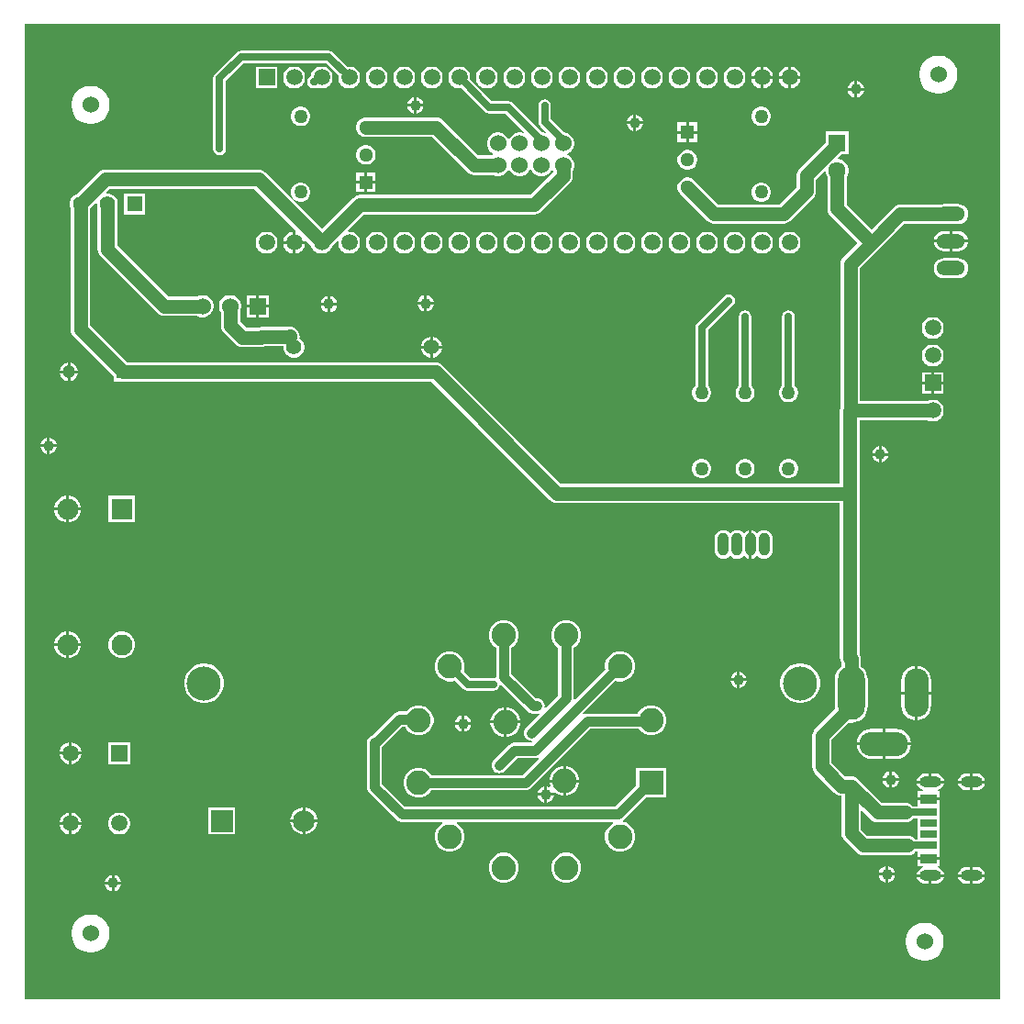
<source format=gbl>
G04*
G04 #@! TF.GenerationSoftware,Altium Limited,Altium Designer,24.0.1 (36)*
G04*
G04 Layer_Physical_Order=2*
G04 Layer_Color=16711680*
%FSLAX25Y25*%
%MOIN*%
G70*
G04*
G04 #@! TF.SameCoordinates,33EB6A70-A770-4DF6-8785-8125C03B2395*
G04*
G04*
G04 #@! TF.FilePolarity,Positive*
G04*
G01*
G75*
%ADD51C,0.03500*%
%ADD52C,0.02500*%
%ADD53C,0.05000*%
%ADD54C,0.05937*%
%ADD55R,0.05937X0.05937*%
%ADD56R,0.08858X0.08858*%
%ADD57C,0.08858*%
%ADD58O,0.09843X0.19685*%
%ADD59O,0.08858X0.17717*%
%ADD60O,0.17717X0.08858*%
%ADD61C,0.12402*%
%ADD62C,0.05504*%
%ADD63C,0.04953*%
%ADD64R,0.04724X0.04724*%
%ADD65C,0.04724*%
%ADD66C,0.06000*%
%ADD67R,0.06000X0.06000*%
%ADD68O,0.07874X0.03937*%
%ADD69R,0.05937X0.05937*%
%ADD70C,0.05937*%
%ADD71R,0.07874X0.07874*%
%ADD72C,0.07874*%
%ADD73R,0.05898X0.05898*%
%ADD74C,0.05898*%
%ADD75R,0.07677X0.07677*%
%ADD76C,0.07677*%
%ADD77R,0.05110X0.05110*%
%ADD78C,0.05110*%
%ADD79C,0.06339*%
%ADD80R,0.06339X0.06339*%
%ADD81R,0.05543X0.05543*%
%ADD82C,0.05543*%
%ADD83O,0.10400X0.05200*%
%ADD84O,0.04173X0.08346*%
%ADD85C,0.03937*%
%ADD86C,0.01500*%
%ADD87R,0.05906X0.03543*%
%ADD88R,0.05906X0.03150*%
%ADD89R,0.05906X0.02756*%
G36*
X354331Y0D02*
X0D01*
Y354331D01*
X354331D01*
Y0D01*
D02*
G37*
%LPC*%
G36*
X278522Y338968D02*
X278500D01*
Y335500D01*
X281968D01*
Y335523D01*
X281698Y336532D01*
X281176Y337437D01*
X280437Y338176D01*
X279532Y338698D01*
X278522Y338968D01*
D02*
G37*
G36*
X268523D02*
X268500D01*
Y335500D01*
X271969D01*
Y335523D01*
X271698Y336532D01*
X271176Y337437D01*
X270437Y338176D01*
X269532Y338698D01*
X268523Y338968D01*
D02*
G37*
G36*
X277500D02*
X277478D01*
X276468Y338698D01*
X275563Y338176D01*
X274824Y337437D01*
X274302Y336532D01*
X274031Y335523D01*
Y335500D01*
X277500D01*
Y338968D01*
D02*
G37*
G36*
X267500D02*
X267477D01*
X266468Y338698D01*
X265563Y338176D01*
X264824Y337437D01*
X264302Y336532D01*
X264032Y335523D01*
Y335500D01*
X267500D01*
Y338968D01*
D02*
G37*
G36*
X302567Y333648D02*
Y331209D01*
X305006D01*
X304833Y331855D01*
X304442Y332531D01*
X303890Y333084D01*
X303213Y333475D01*
X302567Y333648D01*
D02*
G37*
G36*
X301567D02*
X300921Y333475D01*
X300244Y333084D01*
X299692Y332531D01*
X299301Y331855D01*
X299128Y331209D01*
X301567D01*
Y333648D01*
D02*
G37*
G36*
X281968Y334500D02*
X278500D01*
Y331031D01*
X278522D01*
X279532Y331302D01*
X280437Y331824D01*
X281176Y332563D01*
X281698Y333468D01*
X281968Y334477D01*
Y334500D01*
D02*
G37*
G36*
X277500D02*
X274031D01*
Y334477D01*
X274302Y333468D01*
X274824Y332563D01*
X275563Y331824D01*
X276468Y331302D01*
X277478Y331031D01*
X277500D01*
Y334500D01*
D02*
G37*
G36*
X271969D02*
X268500D01*
Y331031D01*
X268523D01*
X269532Y331302D01*
X270437Y331824D01*
X271176Y332563D01*
X271698Y333468D01*
X271969Y334477D01*
Y334500D01*
D02*
G37*
G36*
X267500D02*
X264032D01*
Y334477D01*
X264302Y333468D01*
X264824Y332563D01*
X265563Y331824D01*
X266468Y331302D01*
X267477Y331031D01*
X267500D01*
Y334500D01*
D02*
G37*
G36*
X258523Y338968D02*
X257477D01*
X256468Y338698D01*
X255563Y338176D01*
X254824Y337437D01*
X254302Y336532D01*
X254031Y335523D01*
Y334477D01*
X254302Y333468D01*
X254824Y332563D01*
X255563Y331824D01*
X256468Y331302D01*
X257477Y331031D01*
X258523D01*
X259532Y331302D01*
X260437Y331824D01*
X261176Y332563D01*
X261698Y333468D01*
X261968Y334477D01*
Y335523D01*
X261698Y336532D01*
X261176Y337437D01*
X260437Y338176D01*
X259532Y338698D01*
X258523Y338968D01*
D02*
G37*
G36*
X248522D02*
X247478D01*
X246468Y338698D01*
X245563Y338176D01*
X244824Y337437D01*
X244302Y336532D01*
X244032Y335523D01*
Y334477D01*
X244302Y333468D01*
X244824Y332563D01*
X245563Y331824D01*
X246468Y331302D01*
X247478Y331031D01*
X248522D01*
X249532Y331302D01*
X250437Y331824D01*
X251176Y332563D01*
X251698Y333468D01*
X251969Y334477D01*
Y335523D01*
X251698Y336532D01*
X251176Y337437D01*
X250437Y338176D01*
X249532Y338698D01*
X248522Y338968D01*
D02*
G37*
G36*
X238523D02*
X237477D01*
X236468Y338698D01*
X235563Y338176D01*
X234824Y337437D01*
X234302Y336532D01*
X234032Y335523D01*
Y334477D01*
X234302Y333468D01*
X234824Y332563D01*
X235563Y331824D01*
X236468Y331302D01*
X237477Y331031D01*
X238523D01*
X239532Y331302D01*
X240437Y331824D01*
X241176Y332563D01*
X241698Y333468D01*
X241968Y334477D01*
Y335523D01*
X241698Y336532D01*
X241176Y337437D01*
X240437Y338176D01*
X239532Y338698D01*
X238523Y338968D01*
D02*
G37*
G36*
X228522D02*
X227478D01*
X226468Y338698D01*
X225563Y338176D01*
X224824Y337437D01*
X224302Y336532D01*
X224031Y335523D01*
Y334477D01*
X224302Y333468D01*
X224824Y332563D01*
X225563Y331824D01*
X226468Y331302D01*
X227478Y331031D01*
X228522D01*
X229532Y331302D01*
X230437Y331824D01*
X231176Y332563D01*
X231698Y333468D01*
X231968Y334477D01*
Y335523D01*
X231698Y336532D01*
X231176Y337437D01*
X230437Y338176D01*
X229532Y338698D01*
X228522Y338968D01*
D02*
G37*
G36*
X218523D02*
X217477D01*
X216468Y338698D01*
X215563Y338176D01*
X214824Y337437D01*
X214302Y336532D01*
X214032Y335523D01*
Y334477D01*
X214302Y333468D01*
X214824Y332563D01*
X215563Y331824D01*
X216468Y331302D01*
X217477Y331031D01*
X218523D01*
X219532Y331302D01*
X220437Y331824D01*
X221176Y332563D01*
X221698Y333468D01*
X221969Y334477D01*
Y335523D01*
X221698Y336532D01*
X221176Y337437D01*
X220437Y338176D01*
X219532Y338698D01*
X218523Y338968D01*
D02*
G37*
G36*
X208523D02*
X207477D01*
X206468Y338698D01*
X205563Y338176D01*
X204824Y337437D01*
X204302Y336532D01*
X204031Y335523D01*
Y334477D01*
X204302Y333468D01*
X204824Y332563D01*
X205563Y331824D01*
X206468Y331302D01*
X207477Y331031D01*
X208523D01*
X209532Y331302D01*
X210437Y331824D01*
X211176Y332563D01*
X211698Y333468D01*
X211968Y334477D01*
Y335523D01*
X211698Y336532D01*
X211176Y337437D01*
X210437Y338176D01*
X209532Y338698D01*
X208523Y338968D01*
D02*
G37*
G36*
X198522D02*
X197477D01*
X196468Y338698D01*
X195563Y338176D01*
X194824Y337437D01*
X194302Y336532D01*
X194032Y335523D01*
Y334477D01*
X194302Y333468D01*
X194824Y332563D01*
X195563Y331824D01*
X196468Y331302D01*
X197477Y331031D01*
X198522D01*
X199532Y331302D01*
X200437Y331824D01*
X201176Y332563D01*
X201698Y333468D01*
X201969Y334477D01*
Y335523D01*
X201698Y336532D01*
X201176Y337437D01*
X200437Y338176D01*
X199532Y338698D01*
X198522Y338968D01*
D02*
G37*
G36*
X188523D02*
X187478D01*
X186468Y338698D01*
X185563Y338176D01*
X184824Y337437D01*
X184302Y336532D01*
X184031Y335523D01*
Y334477D01*
X184302Y333468D01*
X184824Y332563D01*
X185563Y331824D01*
X186468Y331302D01*
X187478Y331031D01*
X188523D01*
X189532Y331302D01*
X190437Y331824D01*
X191176Y332563D01*
X191698Y333468D01*
X191969Y334477D01*
Y335523D01*
X191698Y336532D01*
X191176Y337437D01*
X190437Y338176D01*
X189532Y338698D01*
X188523Y338968D01*
D02*
G37*
G36*
X178523D02*
X177478D01*
X176468Y338698D01*
X175563Y338176D01*
X174824Y337437D01*
X174302Y336532D01*
X174031Y335523D01*
Y334477D01*
X174302Y333468D01*
X174824Y332563D01*
X175563Y331824D01*
X176468Y331302D01*
X177478Y331031D01*
X178523D01*
X179532Y331302D01*
X180437Y331824D01*
X181176Y332563D01*
X181698Y333468D01*
X181968Y334477D01*
Y335523D01*
X181698Y336532D01*
X181176Y337437D01*
X180437Y338176D01*
X179532Y338698D01*
X178523Y338968D01*
D02*
G37*
G36*
X168523D02*
X167478D01*
X166468Y338698D01*
X165563Y338176D01*
X164824Y337437D01*
X164302Y336532D01*
X164032Y335523D01*
Y334477D01*
X164302Y333468D01*
X164824Y332563D01*
X165563Y331824D01*
X166468Y331302D01*
X167478Y331031D01*
X168523D01*
X169532Y331302D01*
X170437Y331824D01*
X171176Y332563D01*
X171698Y333468D01*
X171968Y334477D01*
Y335523D01*
X171698Y336532D01*
X171176Y337437D01*
X170437Y338176D01*
X169532Y338698D01*
X168523Y338968D01*
D02*
G37*
G36*
X148522D02*
X147477D01*
X146468Y338698D01*
X145563Y338176D01*
X144824Y337437D01*
X144302Y336532D01*
X144032Y335523D01*
Y334477D01*
X144302Y333468D01*
X144824Y332563D01*
X145563Y331824D01*
X146468Y331302D01*
X147477Y331031D01*
X148522D01*
X149532Y331302D01*
X150437Y331824D01*
X151176Y332563D01*
X151698Y333468D01*
X151969Y334477D01*
Y335523D01*
X151698Y336532D01*
X151176Y337437D01*
X150437Y338176D01*
X149532Y338698D01*
X148522Y338968D01*
D02*
G37*
G36*
X138523D02*
X137478D01*
X136468Y338698D01*
X135563Y338176D01*
X134824Y337437D01*
X134302Y336532D01*
X134031Y335523D01*
Y334477D01*
X134302Y333468D01*
X134824Y332563D01*
X135563Y331824D01*
X136468Y331302D01*
X137478Y331031D01*
X138523D01*
X139532Y331302D01*
X140437Y331824D01*
X141176Y332563D01*
X141698Y333468D01*
X141969Y334477D01*
Y335523D01*
X141698Y336532D01*
X141176Y337437D01*
X140437Y338176D01*
X139532Y338698D01*
X138523Y338968D01*
D02*
G37*
G36*
X128523D02*
X127478D01*
X126468Y338698D01*
X125563Y338176D01*
X124824Y337437D01*
X124302Y336532D01*
X124031Y335523D01*
Y334477D01*
X124302Y333468D01*
X124824Y332563D01*
X125563Y331824D01*
X126468Y331302D01*
X127478Y331031D01*
X128523D01*
X129532Y331302D01*
X130437Y331824D01*
X131176Y332563D01*
X131698Y333468D01*
X131968Y334477D01*
Y335523D01*
X131698Y336532D01*
X131176Y337437D01*
X130437Y338176D01*
X129532Y338698D01*
X128523Y338968D01*
D02*
G37*
G36*
X110480Y344814D02*
X78740D01*
X77862Y344639D01*
X77118Y344142D01*
X69244Y336268D01*
X68747Y335524D01*
X68572Y334646D01*
Y309055D01*
X68747Y308177D01*
X69244Y307433D01*
X69988Y306936D01*
X70866Y306761D01*
X71744Y306936D01*
X72488Y307433D01*
X72986Y308177D01*
X73160Y309055D01*
Y333695D01*
X79690Y340226D01*
X109530D01*
X114074Y335682D01*
X114032Y335523D01*
Y334477D01*
X114302Y333468D01*
X114824Y332563D01*
X115563Y331824D01*
X116468Y331302D01*
X117478Y331031D01*
X118523D01*
X119532Y331302D01*
X120437Y331824D01*
X121176Y332563D01*
X121698Y333468D01*
X121968Y334477D01*
Y335523D01*
X121698Y336532D01*
X121176Y337437D01*
X120437Y338176D01*
X119532Y338698D01*
X118523Y338968D01*
X117478D01*
X117318Y338926D01*
X112102Y344142D01*
X111358Y344639D01*
X110480Y344814D01*
D02*
G37*
G36*
X108522Y338968D02*
X107477D01*
X106468Y338698D01*
X105563Y338176D01*
X104824Y337437D01*
X104302Y336532D01*
X104032Y335523D01*
Y335431D01*
X103454Y335045D01*
X102957Y334300D01*
X102782Y333422D01*
X102957Y332545D01*
X103454Y331800D01*
X104198Y331303D01*
X105076Y331129D01*
X105492D01*
X106370Y331303D01*
X106415Y331333D01*
X106468Y331302D01*
X107477Y331031D01*
X108522D01*
X109532Y331302D01*
X110437Y331824D01*
X111176Y332563D01*
X111698Y333468D01*
X111969Y334477D01*
Y335523D01*
X111698Y336532D01*
X111176Y337437D01*
X110437Y338176D01*
X109532Y338698D01*
X108522Y338968D01*
D02*
G37*
G36*
X98523D02*
X97478D01*
X96468Y338698D01*
X95563Y338176D01*
X94824Y337437D01*
X94302Y336532D01*
X94032Y335523D01*
Y334477D01*
X94302Y333468D01*
X94824Y332563D01*
X95563Y331824D01*
X96468Y331302D01*
X97478Y331031D01*
X98523D01*
X99532Y331302D01*
X100437Y331824D01*
X101176Y332563D01*
X101698Y333468D01*
X101969Y334477D01*
Y335523D01*
X101698Y336532D01*
X101176Y337437D01*
X100437Y338176D01*
X99532Y338698D01*
X98523Y338968D01*
D02*
G37*
G36*
X91969D02*
X84031D01*
Y331031D01*
X91969D01*
Y338968D01*
D02*
G37*
G36*
X332680Y342905D02*
X331320D01*
X329986Y342640D01*
X328729Y342120D01*
X327598Y341364D01*
X326636Y340402D01*
X325880Y339271D01*
X325360Y338014D01*
X325095Y336680D01*
Y335320D01*
X325360Y333986D01*
X325880Y332729D01*
X326636Y331598D01*
X327598Y330636D01*
X328729Y329880D01*
X329986Y329360D01*
X331320Y329095D01*
X332680D01*
X334014Y329360D01*
X335271Y329880D01*
X336402Y330636D01*
X337364Y331598D01*
X338120Y332729D01*
X338640Y333986D01*
X338906Y335320D01*
Y336680D01*
X338640Y338014D01*
X338120Y339271D01*
X337364Y340402D01*
X336402Y341364D01*
X335271Y342120D01*
X334014Y342640D01*
X332680Y342905D01*
D02*
G37*
G36*
X305006Y330209D02*
X302567D01*
Y327769D01*
X303213Y327942D01*
X303890Y328333D01*
X304442Y328886D01*
X304833Y329563D01*
X305006Y330209D01*
D02*
G37*
G36*
X301567D02*
X299128D01*
X299301Y329563D01*
X299692Y328886D01*
X300244Y328333D01*
X300921Y327942D01*
X301567Y327769D01*
Y330209D01*
D02*
G37*
G36*
X142528Y327841D02*
Y325402D01*
X144967D01*
X144794Y326047D01*
X144403Y326724D01*
X143850Y327277D01*
X143173Y327668D01*
X142528Y327841D01*
D02*
G37*
G36*
X141528D02*
X140882Y327668D01*
X140205Y327277D01*
X139652Y326724D01*
X139261Y326047D01*
X139088Y325402D01*
X141528D01*
Y327841D01*
D02*
G37*
G36*
X144967Y324402D02*
X142528D01*
Y321962D01*
X143173Y322135D01*
X143850Y322526D01*
X144403Y323079D01*
X144794Y323756D01*
X144967Y324402D01*
D02*
G37*
G36*
X141528D02*
X139088D01*
X139261Y323756D01*
X139652Y323079D01*
X140205Y322526D01*
X140882Y322135D01*
X141528Y321962D01*
Y324402D01*
D02*
G37*
G36*
X222252Y321443D02*
Y319004D01*
X224691D01*
X224518Y319650D01*
X224127Y320327D01*
X223575Y320879D01*
X222898Y321270D01*
X222252Y321443D01*
D02*
G37*
G36*
X221252D02*
X220606Y321270D01*
X219929Y320879D01*
X219377Y320327D01*
X218986Y319650D01*
X218813Y319004D01*
X221252D01*
Y321443D01*
D02*
G37*
G36*
X24680Y331906D02*
X23320D01*
X21986Y331640D01*
X20729Y331120D01*
X19598Y330364D01*
X18636Y329402D01*
X17880Y328271D01*
X17360Y327014D01*
X17095Y325680D01*
Y324320D01*
X17360Y322986D01*
X17880Y321729D01*
X18636Y320598D01*
X19598Y319636D01*
X20729Y318880D01*
X21986Y318360D01*
X23320Y318094D01*
X24680D01*
X26014Y318360D01*
X27271Y318880D01*
X28402Y319636D01*
X29364Y320598D01*
X30120Y321729D01*
X30640Y322986D01*
X30906Y324320D01*
Y325680D01*
X30640Y327014D01*
X30120Y328271D01*
X29364Y329402D01*
X28402Y330364D01*
X27271Y331120D01*
X26014Y331640D01*
X24680Y331906D01*
D02*
G37*
G36*
X268174Y324342D02*
X267259D01*
X266375Y324106D01*
X265582Y323648D01*
X264935Y323001D01*
X264477Y322208D01*
X264240Y321324D01*
Y320409D01*
X264477Y319524D01*
X264935Y318732D01*
X265582Y318084D01*
X266375Y317627D01*
X267259Y317390D01*
X268174D01*
X269058Y317627D01*
X269851Y318084D01*
X270498Y318732D01*
X270956Y319524D01*
X271193Y320409D01*
Y321324D01*
X270956Y322208D01*
X270498Y323001D01*
X269851Y323648D01*
X269058Y324106D01*
X268174Y324342D01*
D02*
G37*
G36*
X100851D02*
X99936D01*
X99052Y324106D01*
X98259Y323648D01*
X97612Y323001D01*
X97154Y322208D01*
X96917Y321324D01*
Y320409D01*
X97154Y319524D01*
X97612Y318732D01*
X98259Y318084D01*
X99052Y317627D01*
X99936Y317390D01*
X100851D01*
X101735Y317627D01*
X102528Y318084D01*
X103175Y318732D01*
X103633Y319524D01*
X103870Y320409D01*
Y321324D01*
X103633Y322208D01*
X103175Y323001D01*
X102528Y323648D01*
X101735Y324106D01*
X100851Y324342D01*
D02*
G37*
G36*
X244382Y318673D02*
X241327D01*
Y315618D01*
X244382D01*
Y318673D01*
D02*
G37*
G36*
X240327D02*
X237272D01*
Y315618D01*
X240327D01*
Y318673D01*
D02*
G37*
G36*
X224691Y318004D02*
X222252D01*
Y315565D01*
X222898Y315738D01*
X223575Y316128D01*
X224127Y316681D01*
X224518Y317358D01*
X224691Y318004D01*
D02*
G37*
G36*
X221252D02*
X218813D01*
X218986Y317358D01*
X219377Y316681D01*
X219929Y316128D01*
X220606Y315738D01*
X221252Y315565D01*
Y318004D01*
D02*
G37*
G36*
X158522Y338968D02*
X157477D01*
X156468Y338698D01*
X155563Y338176D01*
X154824Y337437D01*
X154302Y336532D01*
X154032Y335523D01*
Y334477D01*
X154302Y333468D01*
X154824Y332563D01*
X155563Y331824D01*
X156468Y331302D01*
X157477Y331031D01*
X158522D01*
X158681Y331074D01*
X167251Y322504D01*
X167996Y322007D01*
X168874Y321832D01*
X174923D01*
X181495Y315261D01*
X181236Y314812D01*
X180448Y315024D01*
X179395D01*
X178377Y314751D01*
X177465Y314224D01*
X176720Y313480D01*
X176261Y312684D01*
X176050Y312633D01*
X175919D01*
X175707Y312684D01*
X175248Y313480D01*
X174503Y314224D01*
X173591Y314751D01*
X172574Y315024D01*
X171521D01*
X170503Y314751D01*
X169591Y314224D01*
X168846Y313480D01*
X168320Y312568D01*
X168047Y311550D01*
Y310497D01*
X168320Y309480D01*
X168846Y308568D01*
X169591Y307823D01*
X170206Y307468D01*
X170293Y306910D01*
X170079Y306680D01*
X164848D01*
X152102Y319425D01*
X151371Y319986D01*
X150520Y320339D01*
X149606Y320459D01*
X124577D01*
X124484Y320484D01*
X123548D01*
X122643Y320242D01*
X121833Y319774D01*
X121171Y319112D01*
X120703Y318301D01*
X120461Y317397D01*
Y316461D01*
X120703Y315557D01*
X121171Y314746D01*
X121833Y314084D01*
X122643Y313616D01*
X123548Y313374D01*
X124484D01*
X124577Y313399D01*
X148144D01*
X160890Y300653D01*
X161621Y300092D01*
X162472Y299740D01*
X163386Y299619D01*
X170162D01*
X170503Y299422D01*
X171521Y299150D01*
X172574D01*
X173591Y299422D01*
X174503Y299949D01*
X175248Y300694D01*
X175707Y301489D01*
X175919Y301540D01*
X176050D01*
X176261Y301489D01*
X176720Y300694D01*
X177465Y299949D01*
X178377Y299422D01*
X179395Y299150D01*
X180448D01*
X181465Y299422D01*
X182377Y299949D01*
X183122Y300694D01*
X183581Y301489D01*
X183793Y301540D01*
X183924D01*
X184135Y301489D01*
X184595Y300694D01*
X185339Y299949D01*
X186251Y299422D01*
X187269Y299150D01*
X188322D01*
X189339Y299422D01*
X190251Y299949D01*
X190996Y300694D01*
X191351Y301308D01*
X191909Y301395D01*
X192139Y301181D01*
Y300675D01*
X183797Y292333D01*
X121802D01*
X120889Y292212D01*
X120037Y291860D01*
X119306Y291299D01*
X108000Y279993D01*
X87496Y300496D01*
X86765Y301057D01*
X85914Y301410D01*
X85000Y301530D01*
X29462D01*
X28548Y301410D01*
X27697Y301057D01*
X26966Y300496D01*
X19030Y292560D01*
X18859Y292515D01*
X17999Y292018D01*
X17297Y291316D01*
X16800Y290456D01*
X16543Y289496D01*
Y288504D01*
X16785Y287602D01*
Y243528D01*
X16905Y242614D01*
X17258Y241762D01*
X17819Y241031D01*
X32480Y226370D01*
Y224638D01*
X34814D01*
X34929Y224590D01*
X35842Y224470D01*
X35843Y224470D01*
X147847D01*
X190954Y181362D01*
X191686Y180801D01*
X192537Y180448D01*
X193451Y180328D01*
X296301D01*
Y124220D01*
X296421Y123306D01*
X296774Y122455D01*
X296848Y122358D01*
Y121089D01*
X296186Y120546D01*
X295446Y119644D01*
X294897Y118615D01*
X294558Y117499D01*
X294444Y116339D01*
Y106496D01*
X294530Y105624D01*
X287267Y98362D01*
X286706Y97631D01*
X286354Y96780D01*
X286234Y95866D01*
Y84646D01*
X286354Y83732D01*
X286706Y82881D01*
X287267Y82149D01*
X294291Y75126D01*
X295022Y74565D01*
X295874Y74212D01*
X296787Y74092D01*
X296848D01*
Y60456D01*
X296968Y59542D01*
X297321Y58691D01*
X297882Y57960D01*
X302329Y53512D01*
X303061Y52951D01*
X303912Y52598D01*
X304826Y52478D01*
X320961D01*
X321874Y52598D01*
X322726Y52951D01*
X323457Y53512D01*
X323612Y53714D01*
X324472D01*
Y51799D01*
X328425D01*
X332378D01*
Y53567D01*
Y57780D01*
Y61717D01*
Y65535D01*
Y70181D01*
Y72453D01*
X328425D01*
X324472D01*
Y70271D01*
X322675D01*
X322520Y70473D01*
X322496Y70496D01*
X321765Y71057D01*
X320914Y71410D01*
X320000Y71530D01*
X311462D01*
X302874Y80118D01*
X302143Y80679D01*
X301292Y81032D01*
X300378Y81152D01*
X298250D01*
X293294Y86108D01*
Y94404D01*
X299522Y100632D01*
X300394Y100546D01*
X301554Y100661D01*
X302671Y100999D01*
X303699Y101549D01*
X304601Y102289D01*
X305341Y103191D01*
X305891Y104219D01*
X306229Y105335D01*
X306344Y106496D01*
Y116339D01*
X306229Y117499D01*
X305891Y118615D01*
X305341Y119644D01*
X304601Y120546D01*
X303908Y121114D01*
Y123672D01*
X303788Y124586D01*
X303435Y125437D01*
X303361Y125534D01*
Y183858D01*
Y210470D01*
X328177D01*
X328468Y210302D01*
X329478Y210032D01*
X330522D01*
X331532Y210302D01*
X332437Y210824D01*
X333176Y211563D01*
X333698Y212468D01*
X333968Y213477D01*
Y214523D01*
X333698Y215532D01*
X333176Y216437D01*
X332437Y217176D01*
X331532Y217698D01*
X330522Y217969D01*
X329478D01*
X328468Y217698D01*
X328177Y217530D01*
X303530D01*
Y265705D01*
X310251Y272426D01*
X319728Y281903D01*
X333248D01*
X334014Y281802D01*
X339214D01*
X340154Y281926D01*
X341030Y282289D01*
X341782Y282866D01*
X342359Y283617D01*
X342722Y284493D01*
X342845Y285433D01*
X342722Y286373D01*
X342359Y287249D01*
X341782Y288001D01*
X341030Y288578D01*
X340154Y288940D01*
X339214Y289064D01*
X334014D01*
X333248Y288963D01*
X318266D01*
X317353Y288843D01*
X316501Y288490D01*
X315770Y287929D01*
X307755Y279914D01*
X298806Y288864D01*
Y298957D01*
X299161Y299572D01*
X299445Y300632D01*
Y301730D01*
X299161Y302790D01*
X298612Y303741D01*
X297836Y304517D01*
X296885Y305066D01*
X295825Y305350D01*
X295659D01*
X295467Y305812D01*
X296667Y307012D01*
X299445D01*
Y315350D01*
X291106D01*
Y311436D01*
X281559Y301889D01*
X280998Y301157D01*
X280645Y300306D01*
X280525Y299392D01*
Y295163D01*
X274325Y288963D01*
X251974D01*
X243720Y297218D01*
X243672Y297301D01*
X243010Y297963D01*
X242199Y298431D01*
X241295Y298673D01*
X240359D01*
X239455Y298431D01*
X238644Y297963D01*
X237982Y297301D01*
X237514Y296490D01*
X237272Y295586D01*
Y294650D01*
X237514Y293746D01*
X237982Y292935D01*
X238644Y292273D01*
X238727Y292225D01*
X248016Y282937D01*
X248747Y282376D01*
X249598Y282023D01*
X250512Y281903D01*
X275787D01*
X276701Y282023D01*
X277553Y282376D01*
X278284Y282937D01*
X286551Y291205D01*
X287112Y291936D01*
X287465Y292787D01*
X287585Y293701D01*
Y297930D01*
X290644Y300989D01*
X291106Y300798D01*
Y300632D01*
X291390Y299572D01*
X291745Y298957D01*
Y287402D01*
X291866Y286488D01*
X292218Y285636D01*
X292779Y284905D01*
X302763Y274922D01*
X297504Y269663D01*
X296943Y268932D01*
X296590Y268081D01*
X296470Y267167D01*
Y214863D01*
X296421Y214744D01*
X296301Y213831D01*
Y187389D01*
X194913D01*
X151805Y230496D01*
X151074Y231057D01*
X150223Y231410D01*
X149309Y231530D01*
X37305D01*
X23845Y244990D01*
Y287391D01*
X25886Y289431D01*
X26386Y289224D01*
Y288504D01*
X26627Y287602D01*
Y272598D01*
X26748Y271685D01*
X27100Y270833D01*
X27661Y270102D01*
X48291Y249472D01*
X49022Y248911D01*
X49874Y248559D01*
X50787Y248438D01*
X62760D01*
X63102Y248241D01*
X64119Y247969D01*
X65172D01*
X66190Y248241D01*
X67102Y248768D01*
X67847Y249512D01*
X68373Y250425D01*
X68646Y251442D01*
Y252495D01*
X68373Y253512D01*
X67847Y254425D01*
X67102Y255169D01*
X66190Y255696D01*
X65172Y255968D01*
X64119D01*
X63102Y255696D01*
X62760Y255499D01*
X52250D01*
X33688Y274061D01*
Y287602D01*
X33929Y288504D01*
Y289496D01*
X33672Y290456D01*
X33176Y291316D01*
X32473Y292018D01*
X31613Y292515D01*
X30654Y292772D01*
X29933D01*
X29726Y293272D01*
X30924Y294470D01*
X83538D01*
X98551Y279457D01*
X98500Y279344D01*
Y275500D01*
X102343D01*
X102457Y275551D01*
X104215Y273793D01*
X104302Y273468D01*
X104824Y272563D01*
X105563Y271824D01*
X106468Y271302D01*
X107477Y271031D01*
X108522D01*
X109532Y271302D01*
X110437Y271824D01*
X111176Y272563D01*
X111698Y273468D01*
X111785Y273793D01*
X113543Y275551D01*
X114032Y275332D01*
Y274478D01*
X114302Y273468D01*
X114824Y272563D01*
X115563Y271824D01*
X116468Y271302D01*
X117478Y271031D01*
X118523D01*
X119532Y271302D01*
X120437Y271824D01*
X121176Y272563D01*
X121698Y273468D01*
X121968Y274478D01*
Y275522D01*
X121698Y276532D01*
X121176Y277437D01*
X120437Y278176D01*
X119532Y278698D01*
X118523Y278969D01*
X117668D01*
X117449Y279457D01*
X123265Y285272D01*
X185259D01*
X186173Y285393D01*
X187024Y285745D01*
X187755Y286306D01*
X198166Y296716D01*
X198726Y297447D01*
X199079Y298299D01*
X199199Y299213D01*
Y301264D01*
X199397Y301606D01*
X199669Y302623D01*
Y303676D01*
X199397Y304694D01*
X198870Y305606D01*
X198125Y306350D01*
X197330Y306810D01*
X197279Y307021D01*
Y307152D01*
X197330Y307364D01*
X198125Y307823D01*
X198870Y308568D01*
X199397Y309480D01*
X199669Y310497D01*
Y311550D01*
X199397Y312568D01*
X198870Y313480D01*
X198125Y314224D01*
X197213Y314751D01*
X196196Y315024D01*
X196095D01*
X191270Y319848D01*
Y324803D01*
X191096Y325681D01*
X190598Y326425D01*
X189854Y326923D01*
X188976Y327097D01*
X188099Y326923D01*
X187354Y326425D01*
X186857Y325681D01*
X186682Y324803D01*
Y318898D01*
X186857Y318020D01*
X187354Y317276D01*
X189369Y315261D01*
X189110Y314812D01*
X188322Y315024D01*
X188221D01*
X177496Y325749D01*
X176751Y326246D01*
X175873Y326421D01*
X169824D01*
X161926Y334318D01*
X161969Y334477D01*
Y335523D01*
X161698Y336532D01*
X161176Y337437D01*
X160437Y338176D01*
X159532Y338698D01*
X158522Y338968D01*
D02*
G37*
G36*
X244382Y314618D02*
X241327D01*
Y311563D01*
X244382D01*
Y314618D01*
D02*
G37*
G36*
X240327D02*
X237272D01*
Y311563D01*
X240327D01*
Y314618D01*
D02*
G37*
G36*
X124484Y310484D02*
X123548D01*
X122643Y310242D01*
X121833Y309774D01*
X121171Y309112D01*
X120703Y308301D01*
X120461Y307397D01*
Y306461D01*
X120703Y305557D01*
X121171Y304746D01*
X121833Y304084D01*
X122643Y303616D01*
X123548Y303374D01*
X124484D01*
X125388Y303616D01*
X126199Y304084D01*
X126861Y304746D01*
X127329Y305557D01*
X127571Y306461D01*
Y307397D01*
X127329Y308301D01*
X126861Y309112D01*
X126199Y309774D01*
X125388Y310242D01*
X124484Y310484D01*
D02*
G37*
G36*
X241295Y308673D02*
X240359D01*
X239455Y308431D01*
X238644Y307963D01*
X237982Y307301D01*
X237514Y306490D01*
X237272Y305586D01*
Y304650D01*
X237514Y303746D01*
X237982Y302935D01*
X238644Y302273D01*
X239455Y301805D01*
X240359Y301563D01*
X241295D01*
X242199Y301805D01*
X243010Y302273D01*
X243672Y302935D01*
X244140Y303746D01*
X244382Y304650D01*
Y305586D01*
X244140Y306490D01*
X243672Y307301D01*
X243010Y307963D01*
X242199Y308431D01*
X241295Y308673D01*
D02*
G37*
G36*
X127571Y300484D02*
X124516D01*
Y297429D01*
X127571D01*
Y300484D01*
D02*
G37*
G36*
X123516D02*
X120461D01*
Y297429D01*
X123516D01*
Y300484D01*
D02*
G37*
G36*
X127571Y296429D02*
X124516D01*
Y293374D01*
X127571D01*
Y296429D01*
D02*
G37*
G36*
X123516D02*
X120461D01*
Y293374D01*
X123516D01*
Y296429D01*
D02*
G37*
G36*
X268174Y296783D02*
X267259D01*
X266375Y296547D01*
X265582Y296089D01*
X264935Y295442D01*
X264477Y294649D01*
X264240Y293765D01*
Y292849D01*
X264477Y291965D01*
X264935Y291173D01*
X265582Y290525D01*
X266375Y290068D01*
X267259Y289831D01*
X268174D01*
X269058Y290068D01*
X269851Y290525D01*
X270498Y291173D01*
X270956Y291965D01*
X271193Y292849D01*
Y293765D01*
X270956Y294649D01*
X270498Y295442D01*
X269851Y296089D01*
X269058Y296547D01*
X268174Y296783D01*
D02*
G37*
G36*
X100851D02*
X99936D01*
X99052Y296547D01*
X98259Y296089D01*
X97612Y295442D01*
X97154Y294649D01*
X96917Y293765D01*
Y292849D01*
X97154Y291965D01*
X97612Y291173D01*
X98259Y290525D01*
X99052Y290068D01*
X99936Y289831D01*
X100851D01*
X101735Y290068D01*
X102528Y290525D01*
X103175Y291173D01*
X103633Y291965D01*
X103870Y292849D01*
Y293765D01*
X103633Y294649D01*
X103175Y295442D01*
X102528Y296089D01*
X101735Y296547D01*
X100851Y296783D01*
D02*
G37*
G36*
X43772Y292772D02*
X36228D01*
Y285228D01*
X43772D01*
Y292772D01*
D02*
G37*
G36*
X339214Y279222D02*
X337114D01*
Y276091D01*
X342779D01*
X342722Y276530D01*
X342359Y277406D01*
X341782Y278158D01*
X341030Y278735D01*
X340154Y279098D01*
X339214Y279222D01*
D02*
G37*
G36*
X336114D02*
X334014D01*
X333074Y279098D01*
X332199Y278735D01*
X331447Y278158D01*
X330870Y277406D01*
X330507Y276530D01*
X330449Y276091D01*
X336114D01*
Y279222D01*
D02*
G37*
G36*
X97500Y278969D02*
X97478D01*
X96468Y278698D01*
X95563Y278176D01*
X94824Y277437D01*
X94302Y276532D01*
X94032Y275522D01*
Y275500D01*
X97500D01*
Y278969D01*
D02*
G37*
G36*
X342779Y275091D02*
X337114D01*
Y271959D01*
X339214D01*
X340154Y272083D01*
X341030Y272446D01*
X341782Y273023D01*
X342359Y273775D01*
X342722Y274651D01*
X342779Y275091D01*
D02*
G37*
G36*
X336114D02*
X330449D01*
X330507Y274651D01*
X330870Y273775D01*
X331447Y273023D01*
X332199Y272446D01*
X333074Y272083D01*
X334014Y271959D01*
X336114D01*
Y275091D01*
D02*
G37*
G36*
X278522Y278969D02*
X277478D01*
X276468Y278698D01*
X275563Y278176D01*
X274824Y277437D01*
X274302Y276532D01*
X274031Y275522D01*
Y274478D01*
X274302Y273468D01*
X274824Y272563D01*
X275563Y271824D01*
X276468Y271302D01*
X277478Y271031D01*
X278522D01*
X279532Y271302D01*
X280437Y271824D01*
X281176Y272563D01*
X281698Y273468D01*
X281968Y274478D01*
Y275522D01*
X281698Y276532D01*
X281176Y277437D01*
X280437Y278176D01*
X279532Y278698D01*
X278522Y278969D01*
D02*
G37*
G36*
X268523D02*
X267477D01*
X266468Y278698D01*
X265563Y278176D01*
X264824Y277437D01*
X264302Y276532D01*
X264032Y275522D01*
Y274478D01*
X264302Y273468D01*
X264824Y272563D01*
X265563Y271824D01*
X266468Y271302D01*
X267477Y271031D01*
X268523D01*
X269532Y271302D01*
X270437Y271824D01*
X271176Y272563D01*
X271698Y273468D01*
X271969Y274478D01*
Y275522D01*
X271698Y276532D01*
X271176Y277437D01*
X270437Y278176D01*
X269532Y278698D01*
X268523Y278969D01*
D02*
G37*
G36*
X258523D02*
X257477D01*
X256468Y278698D01*
X255563Y278176D01*
X254824Y277437D01*
X254302Y276532D01*
X254031Y275522D01*
Y274478D01*
X254302Y273468D01*
X254824Y272563D01*
X255563Y271824D01*
X256468Y271302D01*
X257477Y271031D01*
X258523D01*
X259532Y271302D01*
X260437Y271824D01*
X261176Y272563D01*
X261698Y273468D01*
X261968Y274478D01*
Y275522D01*
X261698Y276532D01*
X261176Y277437D01*
X260437Y278176D01*
X259532Y278698D01*
X258523Y278969D01*
D02*
G37*
G36*
X248522D02*
X247478D01*
X246468Y278698D01*
X245563Y278176D01*
X244824Y277437D01*
X244302Y276532D01*
X244032Y275522D01*
Y274478D01*
X244302Y273468D01*
X244824Y272563D01*
X245563Y271824D01*
X246468Y271302D01*
X247478Y271031D01*
X248522D01*
X249532Y271302D01*
X250437Y271824D01*
X251176Y272563D01*
X251698Y273468D01*
X251969Y274478D01*
Y275522D01*
X251698Y276532D01*
X251176Y277437D01*
X250437Y278176D01*
X249532Y278698D01*
X248522Y278969D01*
D02*
G37*
G36*
X238523D02*
X237477D01*
X236468Y278698D01*
X235563Y278176D01*
X234824Y277437D01*
X234302Y276532D01*
X234032Y275522D01*
Y274478D01*
X234302Y273468D01*
X234824Y272563D01*
X235563Y271824D01*
X236468Y271302D01*
X237477Y271031D01*
X238523D01*
X239532Y271302D01*
X240437Y271824D01*
X241176Y272563D01*
X241698Y273468D01*
X241968Y274478D01*
Y275522D01*
X241698Y276532D01*
X241176Y277437D01*
X240437Y278176D01*
X239532Y278698D01*
X238523Y278969D01*
D02*
G37*
G36*
X228522D02*
X227478D01*
X226468Y278698D01*
X225563Y278176D01*
X224824Y277437D01*
X224302Y276532D01*
X224031Y275522D01*
Y274478D01*
X224302Y273468D01*
X224824Y272563D01*
X225563Y271824D01*
X226468Y271302D01*
X227478Y271031D01*
X228522D01*
X229532Y271302D01*
X230437Y271824D01*
X231176Y272563D01*
X231698Y273468D01*
X231968Y274478D01*
Y275522D01*
X231698Y276532D01*
X231176Y277437D01*
X230437Y278176D01*
X229532Y278698D01*
X228522Y278969D01*
D02*
G37*
G36*
X218523D02*
X217477D01*
X216468Y278698D01*
X215563Y278176D01*
X214824Y277437D01*
X214302Y276532D01*
X214032Y275522D01*
Y274478D01*
X214302Y273468D01*
X214824Y272563D01*
X215563Y271824D01*
X216468Y271302D01*
X217477Y271031D01*
X218523D01*
X219532Y271302D01*
X220437Y271824D01*
X221176Y272563D01*
X221698Y273468D01*
X221969Y274478D01*
Y275522D01*
X221698Y276532D01*
X221176Y277437D01*
X220437Y278176D01*
X219532Y278698D01*
X218523Y278969D01*
D02*
G37*
G36*
X208523D02*
X207477D01*
X206468Y278698D01*
X205563Y278176D01*
X204824Y277437D01*
X204302Y276532D01*
X204031Y275522D01*
Y274478D01*
X204302Y273468D01*
X204824Y272563D01*
X205563Y271824D01*
X206468Y271302D01*
X207477Y271031D01*
X208523D01*
X209532Y271302D01*
X210437Y271824D01*
X211176Y272563D01*
X211698Y273468D01*
X211968Y274478D01*
Y275522D01*
X211698Y276532D01*
X211176Y277437D01*
X210437Y278176D01*
X209532Y278698D01*
X208523Y278969D01*
D02*
G37*
G36*
X198522D02*
X197477D01*
X196468Y278698D01*
X195563Y278176D01*
X194824Y277437D01*
X194302Y276532D01*
X194032Y275522D01*
Y274478D01*
X194302Y273468D01*
X194824Y272563D01*
X195563Y271824D01*
X196468Y271302D01*
X197477Y271031D01*
X198522D01*
X199532Y271302D01*
X200437Y271824D01*
X201176Y272563D01*
X201698Y273468D01*
X201969Y274478D01*
Y275522D01*
X201698Y276532D01*
X201176Y277437D01*
X200437Y278176D01*
X199532Y278698D01*
X198522Y278969D01*
D02*
G37*
G36*
X188523D02*
X187478D01*
X186468Y278698D01*
X185563Y278176D01*
X184824Y277437D01*
X184302Y276532D01*
X184031Y275522D01*
Y274478D01*
X184302Y273468D01*
X184824Y272563D01*
X185563Y271824D01*
X186468Y271302D01*
X187478Y271031D01*
X188523D01*
X189532Y271302D01*
X190437Y271824D01*
X191176Y272563D01*
X191698Y273468D01*
X191969Y274478D01*
Y275522D01*
X191698Y276532D01*
X191176Y277437D01*
X190437Y278176D01*
X189532Y278698D01*
X188523Y278969D01*
D02*
G37*
G36*
X178523D02*
X177478D01*
X176468Y278698D01*
X175563Y278176D01*
X174824Y277437D01*
X174302Y276532D01*
X174031Y275522D01*
Y274478D01*
X174302Y273468D01*
X174824Y272563D01*
X175563Y271824D01*
X176468Y271302D01*
X177478Y271031D01*
X178523D01*
X179532Y271302D01*
X180437Y271824D01*
X181176Y272563D01*
X181698Y273468D01*
X181968Y274478D01*
Y275522D01*
X181698Y276532D01*
X181176Y277437D01*
X180437Y278176D01*
X179532Y278698D01*
X178523Y278969D01*
D02*
G37*
G36*
X168523D02*
X167478D01*
X166468Y278698D01*
X165563Y278176D01*
X164824Y277437D01*
X164302Y276532D01*
X164032Y275522D01*
Y274478D01*
X164302Y273468D01*
X164824Y272563D01*
X165563Y271824D01*
X166468Y271302D01*
X167478Y271031D01*
X168523D01*
X169532Y271302D01*
X170437Y271824D01*
X171176Y272563D01*
X171698Y273468D01*
X171968Y274478D01*
Y275522D01*
X171698Y276532D01*
X171176Y277437D01*
X170437Y278176D01*
X169532Y278698D01*
X168523Y278969D01*
D02*
G37*
G36*
X158522D02*
X157477D01*
X156468Y278698D01*
X155563Y278176D01*
X154824Y277437D01*
X154302Y276532D01*
X154032Y275522D01*
Y274478D01*
X154302Y273468D01*
X154824Y272563D01*
X155563Y271824D01*
X156468Y271302D01*
X157477Y271031D01*
X158522D01*
X159532Y271302D01*
X160437Y271824D01*
X161176Y272563D01*
X161698Y273468D01*
X161969Y274478D01*
Y275522D01*
X161698Y276532D01*
X161176Y277437D01*
X160437Y278176D01*
X159532Y278698D01*
X158522Y278969D01*
D02*
G37*
G36*
X148522D02*
X147477D01*
X146468Y278698D01*
X145563Y278176D01*
X144824Y277437D01*
X144302Y276532D01*
X144032Y275522D01*
Y274478D01*
X144302Y273468D01*
X144824Y272563D01*
X145563Y271824D01*
X146468Y271302D01*
X147477Y271031D01*
X148522D01*
X149532Y271302D01*
X150437Y271824D01*
X151176Y272563D01*
X151698Y273468D01*
X151969Y274478D01*
Y275522D01*
X151698Y276532D01*
X151176Y277437D01*
X150437Y278176D01*
X149532Y278698D01*
X148522Y278969D01*
D02*
G37*
G36*
X138523D02*
X137478D01*
X136468Y278698D01*
X135563Y278176D01*
X134824Y277437D01*
X134302Y276532D01*
X134031Y275522D01*
Y274478D01*
X134302Y273468D01*
X134824Y272563D01*
X135563Y271824D01*
X136468Y271302D01*
X137478Y271031D01*
X138523D01*
X139532Y271302D01*
X140437Y271824D01*
X141176Y272563D01*
X141698Y273468D01*
X141969Y274478D01*
Y275522D01*
X141698Y276532D01*
X141176Y277437D01*
X140437Y278176D01*
X139532Y278698D01*
X138523Y278969D01*
D02*
G37*
G36*
X128523D02*
X127478D01*
X126468Y278698D01*
X125563Y278176D01*
X124824Y277437D01*
X124302Y276532D01*
X124031Y275522D01*
Y274478D01*
X124302Y273468D01*
X124824Y272563D01*
X125563Y271824D01*
X126468Y271302D01*
X127478Y271031D01*
X128523D01*
X129532Y271302D01*
X130437Y271824D01*
X131176Y272563D01*
X131698Y273468D01*
X131968Y274478D01*
Y275522D01*
X131698Y276532D01*
X131176Y277437D01*
X130437Y278176D01*
X129532Y278698D01*
X128523Y278969D01*
D02*
G37*
G36*
X101969Y274500D02*
X98500D01*
Y271031D01*
X98523D01*
X99532Y271302D01*
X100437Y271824D01*
X101176Y272563D01*
X101698Y273468D01*
X101969Y274478D01*
Y274500D01*
D02*
G37*
G36*
X97500D02*
X94032D01*
Y274478D01*
X94302Y273468D01*
X94824Y272563D01*
X95563Y271824D01*
X96468Y271302D01*
X97478Y271031D01*
X97500D01*
Y274500D01*
D02*
G37*
G36*
X88522Y278969D02*
X87477D01*
X86468Y278698D01*
X85563Y278176D01*
X84824Y277437D01*
X84302Y276532D01*
X84031Y275522D01*
Y274478D01*
X84302Y273468D01*
X84824Y272563D01*
X85563Y271824D01*
X86468Y271302D01*
X87477Y271031D01*
X88522D01*
X89532Y271302D01*
X90437Y271824D01*
X91176Y272563D01*
X91698Y273468D01*
X91969Y274478D01*
Y275522D01*
X91698Y276532D01*
X91176Y277437D01*
X90437Y278176D01*
X89532Y278698D01*
X88522Y278969D01*
D02*
G37*
G36*
X339214Y269379D02*
X334014D01*
X333074Y269255D01*
X332199Y268893D01*
X331447Y268316D01*
X330870Y267564D01*
X330507Y266688D01*
X330383Y265748D01*
X330507Y264808D01*
X330870Y263932D01*
X331447Y263180D01*
X332199Y262603D01*
X333074Y262241D01*
X334014Y262117D01*
X339214D01*
X340154Y262241D01*
X341030Y262603D01*
X341782Y263180D01*
X342359Y263932D01*
X342722Y264808D01*
X342845Y265748D01*
X342722Y266688D01*
X342359Y267564D01*
X341782Y268316D01*
X341030Y268893D01*
X340154Y269255D01*
X339214Y269379D01*
D02*
G37*
G36*
X146268Y255892D02*
Y253453D01*
X148707D01*
X148534Y254099D01*
X148143Y254776D01*
X147590Y255328D01*
X146914Y255719D01*
X146268Y255892D01*
D02*
G37*
G36*
X145268D02*
X144622Y255719D01*
X143945Y255328D01*
X143392Y254776D01*
X143001Y254099D01*
X142829Y253453D01*
X145268D01*
Y255892D01*
D02*
G37*
G36*
X111130Y255597D02*
Y253157D01*
X113569D01*
X113396Y253803D01*
X113005Y254480D01*
X112453Y255033D01*
X111776Y255424D01*
X111130Y255597D01*
D02*
G37*
G36*
X110130D02*
X109484Y255424D01*
X108807Y255033D01*
X108255Y254480D01*
X107864Y253803D01*
X107691Y253157D01*
X110130D01*
Y255597D01*
D02*
G37*
G36*
X88646Y255968D02*
X85146D01*
Y252468D01*
X88646D01*
Y255968D01*
D02*
G37*
G36*
X84146D02*
X80646D01*
Y252468D01*
X84146D01*
Y255968D01*
D02*
G37*
G36*
X148707Y252453D02*
X146268D01*
Y250013D01*
X146914Y250186D01*
X147590Y250577D01*
X148143Y251130D01*
X148534Y251807D01*
X148707Y252453D01*
D02*
G37*
G36*
X145268D02*
X142829D01*
X143001Y251807D01*
X143392Y251130D01*
X143945Y250577D01*
X144622Y250186D01*
X145268Y250013D01*
Y252453D01*
D02*
G37*
G36*
X113569Y252157D02*
X111130D01*
Y249718D01*
X111776Y249891D01*
X112453Y250282D01*
X113005Y250835D01*
X113396Y251512D01*
X113569Y252157D01*
D02*
G37*
G36*
X110130D02*
X107691D01*
X107864Y251512D01*
X108255Y250835D01*
X108807Y250282D01*
X109484Y249891D01*
X110130Y249718D01*
Y252157D01*
D02*
G37*
G36*
X88646Y251468D02*
X85146D01*
Y247969D01*
X88646D01*
Y251468D01*
D02*
G37*
G36*
X84146D02*
X80646D01*
Y247969D01*
X84146D01*
Y251468D01*
D02*
G37*
G36*
X330522Y247969D02*
X329478D01*
X328468Y247698D01*
X327563Y247176D01*
X326824Y246437D01*
X326302Y245532D01*
X326031Y244523D01*
Y243478D01*
X326302Y242468D01*
X326824Y241563D01*
X327563Y240824D01*
X328468Y240302D01*
X329478Y240032D01*
X330522D01*
X331532Y240302D01*
X332437Y240824D01*
X333176Y241563D01*
X333698Y242468D01*
X333968Y243478D01*
Y244523D01*
X333698Y245532D01*
X333176Y246437D01*
X332437Y247176D01*
X331532Y247698D01*
X330522Y247969D01*
D02*
G37*
G36*
X148433Y240758D02*
Y237508D01*
X151683D01*
X151429Y238456D01*
X150935Y239312D01*
X150237Y240010D01*
X149381Y240504D01*
X148433Y240758D01*
D02*
G37*
G36*
X147433D02*
X146485Y240504D01*
X145629Y240010D01*
X144931Y239312D01*
X144437Y238456D01*
X144183Y237508D01*
X147433D01*
Y240758D01*
D02*
G37*
G36*
X151683Y236508D02*
X148433D01*
Y233258D01*
X149381Y233512D01*
X150237Y234005D01*
X150935Y234704D01*
X151429Y235560D01*
X151683Y236508D01*
D02*
G37*
G36*
X147433D02*
X144183D01*
X144437Y235560D01*
X144931Y234704D01*
X145629Y234005D01*
X146485Y233512D01*
X147433Y233258D01*
Y236508D01*
D02*
G37*
G36*
X75172Y255968D02*
X74119D01*
X73102Y255696D01*
X72190Y255169D01*
X71445Y254425D01*
X70918Y253512D01*
X70646Y252495D01*
Y251442D01*
X70918Y250425D01*
X71307Y249752D01*
Y244848D01*
X71427Y243934D01*
X71780Y243083D01*
X72341Y242352D01*
X76638Y238055D01*
X77369Y237494D01*
X78220Y237141D01*
X79134Y237021D01*
X85927D01*
X86840Y237141D01*
X87268Y237318D01*
X94181D01*
Y236514D01*
X94437Y235560D01*
X94931Y234704D01*
X95629Y234005D01*
X96485Y233512D01*
X97439Y233256D01*
X98427D01*
X99381Y233512D01*
X100237Y234005D01*
X100935Y234704D01*
X101429Y235560D01*
X101685Y236514D01*
Y237502D01*
X101429Y238456D01*
X100935Y239312D01*
X100237Y240010D01*
X99890Y240210D01*
X99987Y240945D01*
X99867Y241859D01*
X99514Y242710D01*
X98953Y243441D01*
X98857Y243537D01*
X98125Y244098D01*
X97274Y244451D01*
X96360Y244571D01*
X95447Y244451D01*
X95271Y244379D01*
X86224D01*
X85310Y244258D01*
X84883Y244081D01*
X80596D01*
X78367Y246310D01*
Y250414D01*
X78373Y250425D01*
X78646Y251442D01*
Y252495D01*
X78373Y253512D01*
X77846Y254425D01*
X77102Y255169D01*
X76190Y255696D01*
X75172Y255968D01*
D02*
G37*
G36*
X330522Y237968D02*
X329478D01*
X328468Y237698D01*
X327563Y237176D01*
X326824Y236437D01*
X326302Y235532D01*
X326031Y234523D01*
Y233477D01*
X326302Y232468D01*
X326824Y231563D01*
X327563Y230824D01*
X328468Y230302D01*
X329478Y230031D01*
X330522D01*
X331532Y230302D01*
X332437Y230824D01*
X333176Y231563D01*
X333698Y232468D01*
X333968Y233477D01*
Y234523D01*
X333698Y235532D01*
X333176Y236437D01*
X332437Y237176D01*
X331532Y237698D01*
X330522Y237968D01*
D02*
G37*
G36*
X16657Y231347D02*
Y228500D01*
X19504D01*
X19290Y229298D01*
X18848Y230064D01*
X18222Y230690D01*
X17455Y231133D01*
X16657Y231347D01*
D02*
G37*
G36*
X15657D02*
X14860Y231133D01*
X14093Y230690D01*
X13467Y230064D01*
X13024Y229298D01*
X12811Y228500D01*
X15657D01*
Y231347D01*
D02*
G37*
G36*
X19504Y227500D02*
X16657D01*
Y224653D01*
X17455Y224867D01*
X18222Y225310D01*
X18848Y225936D01*
X19290Y226702D01*
X19504Y227500D01*
D02*
G37*
G36*
X15657D02*
X12811D01*
X13024Y226702D01*
X13467Y225936D01*
X14093Y225310D01*
X14860Y224867D01*
X15657Y224653D01*
Y227500D01*
D02*
G37*
G36*
X333968Y227969D02*
X330500D01*
Y224500D01*
X333968D01*
Y227969D01*
D02*
G37*
G36*
X329500D02*
X326031D01*
Y224500D01*
X329500D01*
Y227969D01*
D02*
G37*
G36*
X333968Y223500D02*
X330500D01*
Y220031D01*
X333968D01*
Y223500D01*
D02*
G37*
G36*
X329500D02*
X326031D01*
Y220031D01*
X329500D01*
Y223500D01*
D02*
G37*
G36*
X277559Y250326D02*
X276681Y250151D01*
X275937Y249654D01*
X275440Y248909D01*
X275265Y248031D01*
Y223095D01*
X274777Y222607D01*
X274320Y221814D01*
X274083Y220930D01*
Y220015D01*
X274320Y219131D01*
X274777Y218338D01*
X275425Y217691D01*
X276217Y217233D01*
X277101Y216996D01*
X278017D01*
X278901Y217233D01*
X279694Y217691D01*
X280341Y218338D01*
X280799Y219131D01*
X281035Y220015D01*
Y220930D01*
X280799Y221814D01*
X280341Y222607D01*
X279853Y223095D01*
Y248031D01*
X279679Y248909D01*
X279181Y249654D01*
X278437Y250151D01*
X277559Y250326D01*
D02*
G37*
G36*
X261811Y250326D02*
X260933Y250151D01*
X260189Y249654D01*
X259692Y248909D01*
X259517Y248031D01*
Y223095D01*
X259029Y222607D01*
X258572Y221814D01*
X258335Y220930D01*
Y220015D01*
X258572Y219131D01*
X259029Y218338D01*
X259677Y217691D01*
X260469Y217233D01*
X261353Y216996D01*
X262269D01*
X263153Y217233D01*
X263946Y217691D01*
X264593Y218338D01*
X265051Y219131D01*
X265287Y220015D01*
Y220930D01*
X265051Y221814D01*
X264593Y222607D01*
X264105Y223095D01*
Y248031D01*
X263931Y248909D01*
X263433Y249654D01*
X262689Y250151D01*
X261811Y250326D01*
D02*
G37*
G36*
X255906Y256231D02*
X255028Y256056D01*
X254283Y255559D01*
X244441Y245717D01*
X243944Y244972D01*
X243769Y244094D01*
Y223095D01*
X243281Y222607D01*
X242824Y221814D01*
X242587Y220930D01*
Y220015D01*
X242824Y219131D01*
X243281Y218338D01*
X243928Y217691D01*
X244721Y217233D01*
X245605Y216996D01*
X246521D01*
X247405Y217233D01*
X248198Y217691D01*
X248845Y218338D01*
X249303Y219131D01*
X249539Y220015D01*
Y220930D01*
X249303Y221814D01*
X248845Y222607D01*
X248357Y223095D01*
Y243144D01*
X257528Y252315D01*
X258025Y253059D01*
X258200Y253937D01*
X258025Y254815D01*
X257528Y255559D01*
X256783Y256056D01*
X255906Y256231D01*
D02*
G37*
G36*
X9260Y204120D02*
Y201681D01*
X11699D01*
X11526Y202327D01*
X11135Y203004D01*
X10582Y203556D01*
X9906Y203947D01*
X9260Y204120D01*
D02*
G37*
G36*
X8260D02*
X7614Y203947D01*
X6937Y203556D01*
X6384Y203004D01*
X5994Y202327D01*
X5821Y201681D01*
X8260D01*
Y204120D01*
D02*
G37*
G36*
X311425Y201069D02*
Y198630D01*
X313864D01*
X313691Y199276D01*
X313301Y199953D01*
X312748Y200505D01*
X312071Y200896D01*
X311425Y201069D01*
D02*
G37*
G36*
X310425D02*
X309779Y200896D01*
X309103Y200505D01*
X308550Y199953D01*
X308159Y199276D01*
X307986Y198630D01*
X310425D01*
Y201069D01*
D02*
G37*
G36*
X11699Y200681D02*
X9260D01*
Y198242D01*
X9906Y198415D01*
X10582Y198806D01*
X11135Y199358D01*
X11526Y200035D01*
X11699Y200681D01*
D02*
G37*
G36*
X8260D02*
X5821D01*
X5994Y200035D01*
X6384Y199358D01*
X6937Y198806D01*
X7614Y198415D01*
X8260Y198242D01*
Y200681D01*
D02*
G37*
G36*
X313864Y197630D02*
X311425D01*
Y195191D01*
X312071Y195364D01*
X312748Y195755D01*
X313301Y196307D01*
X313691Y196984D01*
X313864Y197630D01*
D02*
G37*
G36*
X310425D02*
X307986D01*
X308159Y196984D01*
X308550Y196307D01*
X309103Y195755D01*
X309779Y195364D01*
X310425Y195191D01*
Y197630D01*
D02*
G37*
G36*
X278017Y196390D02*
X277101D01*
X276217Y196153D01*
X275425Y195695D01*
X274777Y195048D01*
X274320Y194255D01*
X274083Y193371D01*
Y192456D01*
X274320Y191572D01*
X274777Y190779D01*
X275425Y190132D01*
X276217Y189674D01*
X277101Y189437D01*
X278017D01*
X278901Y189674D01*
X279694Y190132D01*
X280341Y190779D01*
X280799Y191572D01*
X281035Y192456D01*
Y193371D01*
X280799Y194255D01*
X280341Y195048D01*
X279694Y195695D01*
X278901Y196153D01*
X278017Y196390D01*
D02*
G37*
G36*
X262269D02*
X261353D01*
X260469Y196153D01*
X259677Y195695D01*
X259029Y195048D01*
X258572Y194255D01*
X258335Y193371D01*
Y192456D01*
X258572Y191572D01*
X259029Y190779D01*
X259677Y190132D01*
X260469Y189674D01*
X261353Y189437D01*
X262269D01*
X263153Y189674D01*
X263946Y190132D01*
X264593Y190779D01*
X265051Y191572D01*
X265287Y192456D01*
Y193371D01*
X265051Y194255D01*
X264593Y195048D01*
X263946Y195695D01*
X263153Y196153D01*
X262269Y196390D01*
D02*
G37*
G36*
X246521D02*
X245605D01*
X244721Y196153D01*
X243928Y195695D01*
X243281Y195048D01*
X242824Y194255D01*
X242587Y193371D01*
Y192456D01*
X242824Y191572D01*
X243281Y190779D01*
X243928Y190132D01*
X244721Y189674D01*
X245605Y189437D01*
X246521D01*
X247405Y189674D01*
X248198Y190132D01*
X248845Y190779D01*
X249303Y191572D01*
X249539Y192456D01*
Y193371D01*
X249303Y194255D01*
X248845Y195048D01*
X248198Y195695D01*
X247405Y196153D01*
X246521Y196390D01*
D02*
G37*
G36*
X16385Y182988D02*
X16248D01*
Y178650D01*
X20587D01*
Y178787D01*
X20257Y180017D01*
X19620Y181121D01*
X18719Y182021D01*
X17616Y182658D01*
X16385Y182988D01*
D02*
G37*
G36*
X15248D02*
X15111D01*
X13880Y182658D01*
X12777Y182021D01*
X11876Y181121D01*
X11239Y180017D01*
X10909Y178787D01*
Y178650D01*
X15248D01*
Y182988D01*
D02*
G37*
G36*
X40272D02*
X30595D01*
Y173311D01*
X40272D01*
Y182988D01*
D02*
G37*
G36*
X20587Y177650D02*
X16248D01*
Y173311D01*
X16385D01*
X17616Y173641D01*
X18719Y174278D01*
X19620Y175179D01*
X20257Y176282D01*
X20587Y177513D01*
Y177650D01*
D02*
G37*
G36*
X15248D02*
X10909D01*
Y177513D01*
X11239Y176282D01*
X11876Y175179D01*
X12777Y174278D01*
X13880Y173641D01*
X15111Y173311D01*
X15248D01*
Y177650D01*
D02*
G37*
G36*
X268701Y170554D02*
X267895Y170448D01*
X267144Y170137D01*
X266570Y169696D01*
X266311Y169630D01*
X266169D01*
X265911Y169696D01*
X265336Y170137D01*
X264585Y170448D01*
X264280Y170488D01*
Y165354D01*
Y160220D01*
X264585Y160260D01*
X265336Y160572D01*
X265911Y161012D01*
X266169Y161078D01*
X266311D01*
X266570Y161012D01*
X267144Y160572D01*
X267895Y160260D01*
X268701Y160154D01*
X269507Y160260D01*
X270257Y160572D01*
X270902Y161066D01*
X271397Y161711D01*
X271708Y162462D01*
X271814Y163268D01*
Y167441D01*
X271708Y168247D01*
X271397Y168998D01*
X270902Y169642D01*
X270257Y170137D01*
X269507Y170448D01*
X268701Y170554D01*
D02*
G37*
G36*
X258858D02*
X258052Y170448D01*
X257302Y170137D01*
X256727Y169696D01*
X256469Y169630D01*
X256327D01*
X256068Y169696D01*
X255494Y170137D01*
X254743Y170448D01*
X253937Y170554D01*
X253131Y170448D01*
X252380Y170137D01*
X251736Y169642D01*
X251241Y168998D01*
X250930Y168247D01*
X250824Y167441D01*
Y163268D01*
X250930Y162462D01*
X251241Y161711D01*
X251736Y161066D01*
X252380Y160572D01*
X253131Y160260D01*
X253937Y160154D01*
X254743Y160260D01*
X255494Y160572D01*
X256068Y161012D01*
X256327Y161078D01*
X256469D01*
X256727Y161012D01*
X257302Y160572D01*
X258052Y160260D01*
X258858Y160154D01*
X259664Y160260D01*
X260415Y160572D01*
X260989Y161012D01*
X261248Y161078D01*
X261390D01*
X261649Y161012D01*
X262223Y160572D01*
X262974Y160260D01*
X263280Y160220D01*
Y165354D01*
Y170488D01*
X262974Y170448D01*
X262223Y170137D01*
X261649Y169696D01*
X261390Y169630D01*
X261248D01*
X260989Y169696D01*
X260415Y170137D01*
X259664Y170448D01*
X258858Y170554D01*
D02*
G37*
G36*
X16385Y133776D02*
X16248D01*
Y129437D01*
X20587D01*
Y129574D01*
X20257Y130805D01*
X19620Y131908D01*
X18719Y132809D01*
X17616Y133446D01*
X16385Y133776D01*
D02*
G37*
G36*
X15248D02*
X15111D01*
X13880Y133446D01*
X12777Y132809D01*
X11876Y131908D01*
X11239Y130805D01*
X10909Y129574D01*
Y129437D01*
X15248D01*
Y133776D01*
D02*
G37*
G36*
X36070D02*
X34796D01*
X33565Y133446D01*
X32462Y132809D01*
X31561Y131908D01*
X30924Y130805D01*
X30595Y129574D01*
Y128300D01*
X30924Y127069D01*
X31561Y125966D01*
X32462Y125065D01*
X33565Y124428D01*
X34796Y124098D01*
X36070D01*
X37301Y124428D01*
X38404Y125065D01*
X39305Y125966D01*
X39942Y127069D01*
X40272Y128300D01*
Y129574D01*
X39942Y130805D01*
X39305Y131908D01*
X38404Y132809D01*
X37301Y133446D01*
X36070Y133776D01*
D02*
G37*
G36*
X20587Y128437D02*
X16248D01*
Y124098D01*
X16385D01*
X17616Y124428D01*
X18719Y125065D01*
X19620Y125966D01*
X20257Y127069D01*
X20587Y128300D01*
Y128437D01*
D02*
G37*
G36*
X15248D02*
X10909D01*
Y128300D01*
X11239Y127069D01*
X11876Y125966D01*
X12777Y125065D01*
X13880Y124428D01*
X15111Y124098D01*
X15248D01*
Y128437D01*
D02*
G37*
G36*
X259949Y119081D02*
Y116642D01*
X262388D01*
X262215Y117288D01*
X261824Y117964D01*
X261272Y118517D01*
X260595Y118908D01*
X259949Y119081D01*
D02*
G37*
G36*
X258949D02*
X258303Y118908D01*
X257626Y118517D01*
X257073Y117964D01*
X256683Y117288D01*
X256510Y116642D01*
X258949D01*
Y119081D01*
D02*
G37*
G36*
X262388Y115642D02*
X259949D01*
Y113203D01*
X260595Y113375D01*
X261272Y113766D01*
X261824Y114319D01*
X262215Y114996D01*
X262388Y115642D01*
D02*
G37*
G36*
X258949D02*
X256510D01*
X256683Y114996D01*
X257073Y114319D01*
X257626Y113766D01*
X258303Y113375D01*
X258949Y113203D01*
Y115642D01*
D02*
G37*
G36*
X324516Y121257D02*
Y111917D01*
X329492D01*
Y115847D01*
X329305Y117264D01*
X328758Y118584D01*
X327888Y119719D01*
X326754Y120589D01*
X325433Y121136D01*
X324516Y121257D01*
D02*
G37*
G36*
X323516Y121257D02*
X322599Y121136D01*
X321278Y120589D01*
X320144Y119719D01*
X319273Y118584D01*
X318726Y117264D01*
X318540Y115847D01*
Y111917D01*
X323516D01*
Y121257D01*
D02*
G37*
G36*
X282501Y122161D02*
X281082D01*
X279691Y121885D01*
X278380Y121342D01*
X277201Y120554D01*
X276198Y119551D01*
X275410Y118371D01*
X274867Y117061D01*
X274591Y115670D01*
Y114251D01*
X274867Y112860D01*
X275410Y111550D01*
X276198Y110370D01*
X277201Y109367D01*
X278380Y108579D01*
X279691Y108037D01*
X281082Y107760D01*
X282501D01*
X283892Y108037D01*
X285202Y108579D01*
X286382Y109367D01*
X287385Y110370D01*
X288173Y111550D01*
X288715Y112860D01*
X288992Y114251D01*
Y115670D01*
X288715Y117061D01*
X288173Y118371D01*
X287385Y119551D01*
X286382Y120554D01*
X285202Y121342D01*
X283892Y121885D01*
X282501Y122161D01*
D02*
G37*
G36*
X65965D02*
X64547D01*
X63156Y121885D01*
X61845Y121342D01*
X60666Y120554D01*
X59663Y119551D01*
X58875Y118371D01*
X58332Y117061D01*
X58055Y115670D01*
Y114251D01*
X58332Y112860D01*
X58875Y111550D01*
X59663Y110370D01*
X60666Y109367D01*
X61845Y108579D01*
X63156Y108037D01*
X64547Y107760D01*
X65965D01*
X67356Y108037D01*
X68667Y108579D01*
X69846Y109367D01*
X70849Y110370D01*
X71637Y111550D01*
X72180Y112860D01*
X72457Y114251D01*
Y115670D01*
X72180Y117061D01*
X71637Y118371D01*
X70849Y119551D01*
X69846Y120554D01*
X68667Y121342D01*
X67356Y121885D01*
X65965Y122161D01*
D02*
G37*
G36*
X197458Y137798D02*
X196029D01*
X194648Y137428D01*
X193410Y136714D01*
X192399Y135703D01*
X191684Y134465D01*
X191314Y133084D01*
Y131655D01*
X191684Y130274D01*
X192399Y129036D01*
X193410Y128025D01*
X193970Y127702D01*
Y110491D01*
X189397Y105918D01*
X188923Y106151D01*
X188994Y106693D01*
X188900Y107411D01*
X188623Y108080D01*
X188182Y108654D01*
X187607Y109095D01*
X186938Y109372D01*
X186221Y109467D01*
X185795D01*
X176896Y118365D01*
Y127702D01*
X177456Y128025D01*
X178467Y129036D01*
X179182Y130274D01*
X179552Y131655D01*
Y133084D01*
X179182Y134465D01*
X178467Y135703D01*
X177456Y136714D01*
X176218Y137428D01*
X174837Y137798D01*
X173408D01*
X172027Y137428D01*
X170789Y136714D01*
X169778Y135703D01*
X169063Y134465D01*
X168693Y133084D01*
Y131655D01*
X169063Y130274D01*
X169778Y129036D01*
X170789Y128025D01*
X171349Y127702D01*
Y117216D01*
X171353Y117183D01*
X170904Y116762D01*
X170408Y116861D01*
X161974D01*
X159651Y119184D01*
X159961Y120344D01*
Y121773D01*
X159591Y123154D01*
X158876Y124392D01*
X157866Y125403D01*
X156628Y126118D01*
X155247Y126488D01*
X153817D01*
X152436Y126118D01*
X151198Y125403D01*
X150188Y124392D01*
X149473Y123154D01*
X149103Y121773D01*
Y120344D01*
X149473Y118963D01*
X150188Y117725D01*
X151198Y116714D01*
X152436Y115999D01*
X153817Y115629D01*
X155247D01*
X156406Y115940D01*
X159402Y112945D01*
X160146Y112448D01*
X161024Y112273D01*
X170408D01*
X171286Y112448D01*
X172030Y112945D01*
X172527Y113689D01*
X172609Y114100D01*
X173151Y114265D01*
X182684Y104732D01*
X183259Y104291D01*
X183928Y104014D01*
X184646Y103919D01*
X186221D01*
X186762Y103990D01*
X186996Y103517D01*
X182291Y98812D01*
X181850Y98237D01*
X181573Y97568D01*
X181478Y96850D01*
X181573Y96132D01*
X181850Y95464D01*
X182291Y94889D01*
X182865Y94448D01*
X183534Y94171D01*
X184232Y94079D01*
X184291Y93987D01*
X184455Y93610D01*
X184232Y93325D01*
X177953D01*
X177235Y93230D01*
X176566Y92953D01*
X175991Y92513D01*
X170480Y87001D01*
X170039Y86426D01*
X169762Y85757D01*
X169667Y85039D01*
X169762Y84321D01*
X170039Y83653D01*
X170480Y83078D01*
X171054Y82637D01*
X171723Y82360D01*
X172441Y82266D01*
X173159Y82360D01*
X173828Y82637D01*
X174402Y83078D01*
X179102Y87777D01*
X185454D01*
X186172Y87872D01*
X186547Y88028D01*
X186831Y87604D01*
X180848Y81621D01*
X147889D01*
X147566Y82181D01*
X146555Y83191D01*
X145317Y83906D01*
X143936Y84276D01*
X142507D01*
X141126Y83906D01*
X139888Y83191D01*
X138877Y82181D01*
X138162Y80942D01*
X137792Y79562D01*
Y78132D01*
X138162Y76751D01*
X138877Y75513D01*
X139888Y74502D01*
X141126Y73788D01*
X142507Y73418D01*
X143936D01*
X145317Y73788D01*
X146555Y74502D01*
X147566Y75513D01*
X147889Y76073D01*
X181997D01*
X182714Y76168D01*
X183383Y76445D01*
X183958Y76886D01*
X205459Y98387D01*
X223155D01*
X223301Y98134D01*
X224311Y97124D01*
X225549Y96409D01*
X226930Y96039D01*
X228360D01*
X229741Y96409D01*
X230978Y97124D01*
X231989Y98134D01*
X232704Y99373D01*
X233074Y100753D01*
Y102183D01*
X232704Y103564D01*
X231989Y104802D01*
X230978Y105813D01*
X229741Y106527D01*
X228360Y106897D01*
X226930D01*
X225549Y106527D01*
X224311Y105813D01*
X223301Y104802D01*
X222799Y103934D01*
X204310D01*
X203592Y103839D01*
X203200Y103677D01*
X202933Y104108D01*
X214701Y115875D01*
X215619Y115629D01*
X217049D01*
X218430Y115999D01*
X219668Y116714D01*
X220679Y117725D01*
X221393Y118963D01*
X221763Y120344D01*
Y121773D01*
X221393Y123154D01*
X220679Y124392D01*
X219668Y125403D01*
X218430Y126118D01*
X217049Y126488D01*
X215619D01*
X214239Y126118D01*
X213001Y125403D01*
X211990Y124392D01*
X211275Y123154D01*
X210905Y121773D01*
Y120344D01*
X210994Y120013D01*
X199976Y108996D01*
X199503Y109230D01*
X199517Y109342D01*
Y127702D01*
X200077Y128025D01*
X201088Y129036D01*
X201803Y130274D01*
X202173Y131655D01*
Y133084D01*
X201803Y134465D01*
X201088Y135703D01*
X200077Y136714D01*
X198839Y137428D01*
X197458Y137798D01*
D02*
G37*
G36*
X323516Y110917D02*
X318540D01*
Y106988D01*
X318726Y105571D01*
X319273Y104250D01*
X320144Y103116D01*
X321278Y102246D01*
X322599Y101699D01*
X323516Y101578D01*
Y110917D01*
D02*
G37*
G36*
X329492D02*
X324516D01*
Y101578D01*
X325433Y101699D01*
X326754Y102246D01*
X327888Y103116D01*
X328758Y104250D01*
X329305Y105571D01*
X329492Y106988D01*
Y110917D01*
D02*
G37*
G36*
X175430Y106305D02*
X175215D01*
Y101375D01*
X180144D01*
Y101590D01*
X179774Y102971D01*
X179060Y104209D01*
X178049Y105220D01*
X176811Y105935D01*
X175430Y106305D01*
D02*
G37*
G36*
X174215D02*
X174000D01*
X172620Y105935D01*
X171381Y105220D01*
X170371Y104209D01*
X169656Y102971D01*
X169286Y101590D01*
Y101375D01*
X174215D01*
Y106305D01*
D02*
G37*
G36*
X159850Y103235D02*
Y100795D01*
X162290D01*
X162117Y101441D01*
X161726Y102118D01*
X161173Y102671D01*
X160496Y103061D01*
X159850Y103235D01*
D02*
G37*
G36*
X158850D02*
X158205Y103061D01*
X157528Y102671D01*
X156975Y102118D01*
X156584Y101441D01*
X156411Y100795D01*
X158850D01*
Y103235D01*
D02*
G37*
G36*
X162290Y99795D02*
X159850D01*
Y97356D01*
X160496Y97529D01*
X161173Y97920D01*
X161726Y98473D01*
X162117Y99150D01*
X162290Y99795D01*
D02*
G37*
G36*
X158850D02*
X156411D01*
X156584Y99150D01*
X156975Y98473D01*
X157528Y97920D01*
X158205Y97529D01*
X158850Y97356D01*
Y99795D01*
D02*
G37*
G36*
X143936Y106897D02*
X142507D01*
X141126Y106527D01*
X139888Y105813D01*
X138877Y104802D01*
X138788Y104648D01*
X136126D01*
X135409Y104554D01*
X134740Y104277D01*
X134165Y103836D01*
X126222Y95893D01*
X125778Y95709D01*
X125204Y95268D01*
X124763Y94694D01*
X124486Y94025D01*
X124392Y93307D01*
Y77559D01*
X124418Y77362D01*
X124392Y77165D01*
X124486Y76447D01*
X124763Y75779D01*
X125204Y75204D01*
X135047Y65361D01*
X135621Y64921D01*
X136290Y64644D01*
X137008Y64549D01*
X151841D01*
X151975Y64049D01*
X151198Y63601D01*
X150188Y62590D01*
X149473Y61352D01*
X149103Y59971D01*
Y58542D01*
X149473Y57161D01*
X150188Y55923D01*
X151198Y54912D01*
X152436Y54197D01*
X153817Y53827D01*
X155247D01*
X156628Y54197D01*
X157866Y54912D01*
X158876Y55923D01*
X159591Y57161D01*
X159961Y58542D01*
Y59971D01*
X159591Y61352D01*
X158876Y62590D01*
X157866Y63601D01*
X157089Y64049D01*
X157223Y64549D01*
X213643D01*
X213777Y64049D01*
X213001Y63601D01*
X211990Y62590D01*
X211275Y61352D01*
X210905Y59971D01*
Y58542D01*
X211275Y57161D01*
X211990Y55923D01*
X213001Y54912D01*
X214239Y54197D01*
X215619Y53827D01*
X217049D01*
X218430Y54197D01*
X219668Y54912D01*
X220679Y55923D01*
X221393Y57161D01*
X221763Y58542D01*
Y59971D01*
X221393Y61352D01*
X220679Y62590D01*
X219668Y63601D01*
X218430Y64315D01*
X217494Y64566D01*
X217386Y65113D01*
X217709Y65361D01*
X225766Y73418D01*
X233074D01*
Y84276D01*
X222216D01*
Y77713D01*
X214599Y70097D01*
X138157D01*
X129939Y78314D01*
Y91764D01*
X137275Y99101D01*
X138319D01*
X138877Y98134D01*
X139888Y97124D01*
X141126Y96409D01*
X142507Y96039D01*
X143936D01*
X145317Y96409D01*
X146555Y97124D01*
X147566Y98134D01*
X148280Y99373D01*
X148650Y100753D01*
Y102183D01*
X148280Y103564D01*
X147566Y104802D01*
X146555Y105813D01*
X145317Y106527D01*
X143936Y106897D01*
D02*
G37*
G36*
X180144Y100375D02*
X175215D01*
Y95446D01*
X175430D01*
X176811Y95816D01*
X178049Y96531D01*
X179060Y97542D01*
X179774Y98780D01*
X180144Y100161D01*
Y100375D01*
D02*
G37*
G36*
X174215D02*
X169286D01*
Y100161D01*
X169656Y98780D01*
X170371Y97542D01*
X171381Y96531D01*
X172620Y95816D01*
X174000Y95446D01*
X174215D01*
Y100375D01*
D02*
G37*
G36*
X316634Y98389D02*
X312705D01*
Y93413D01*
X322044D01*
X321923Y94331D01*
X321376Y95651D01*
X320506Y96785D01*
X319372Y97656D01*
X318051Y98203D01*
X316634Y98389D01*
D02*
G37*
G36*
X311705D02*
X307776D01*
X306358Y98203D01*
X305038Y97656D01*
X303904Y96785D01*
X303033Y95651D01*
X302486Y94331D01*
X302365Y93413D01*
X311705D01*
Y98389D01*
D02*
G37*
G36*
X17252Y93516D02*
X17232D01*
Y90067D01*
X20681D01*
Y90087D01*
X20412Y91091D01*
X19892Y91992D01*
X19157Y92727D01*
X18257Y93247D01*
X17252Y93516D01*
D02*
G37*
G36*
X16232D02*
X16212D01*
X15208Y93247D01*
X14308Y92727D01*
X13572Y91992D01*
X13053Y91091D01*
X12784Y90087D01*
Y90067D01*
X16232D01*
Y93516D01*
D02*
G37*
G36*
X322044Y92413D02*
X312705D01*
Y87437D01*
X316634D01*
X318051Y87624D01*
X319372Y88171D01*
X320506Y89041D01*
X321376Y90175D01*
X321923Y91496D01*
X322044Y92413D01*
D02*
G37*
G36*
X311705D02*
X302365D01*
X302486Y91496D01*
X303033Y90175D01*
X303904Y89041D01*
X305038Y88171D01*
X306358Y87624D01*
X307776Y87437D01*
X311705D01*
Y92413D01*
D02*
G37*
G36*
X38398Y93516D02*
X30500D01*
Y85618D01*
X38398D01*
Y93516D01*
D02*
G37*
G36*
X20681Y89067D02*
X17232D01*
Y85618D01*
X17252D01*
X18257Y85887D01*
X19157Y86407D01*
X19892Y87142D01*
X20412Y88043D01*
X20681Y89047D01*
Y89067D01*
D02*
G37*
G36*
X16232D02*
X12784D01*
Y89047D01*
X13053Y88043D01*
X13572Y87142D01*
X14308Y86407D01*
X15208Y85887D01*
X16212Y85618D01*
X16232D01*
Y89067D01*
D02*
G37*
G36*
X315211Y82891D02*
Y80452D01*
X317650D01*
X317477Y81098D01*
X317086Y81774D01*
X316533Y82327D01*
X315856Y82718D01*
X315211Y82891D01*
D02*
G37*
G36*
X314211D02*
X313565Y82718D01*
X312888Y82327D01*
X312335Y81774D01*
X311944Y81098D01*
X311771Y80452D01*
X314211D01*
Y82891D01*
D02*
G37*
G36*
X196866Y84869D02*
X196651D01*
Y79940D01*
X201580D01*
Y80154D01*
X201210Y81535D01*
X200495Y82773D01*
X199485Y83784D01*
X198247Y84499D01*
X196866Y84869D01*
D02*
G37*
G36*
X195651D02*
X195436D01*
X194055Y84499D01*
X192817Y83784D01*
X191807Y82773D01*
X191092Y81535D01*
X190722Y80154D01*
Y79940D01*
X195651D01*
Y84869D01*
D02*
G37*
G36*
X346063Y82128D02*
X344595D01*
Y79634D01*
X348991D01*
X348955Y79909D01*
X348656Y80631D01*
X348180Y81251D01*
X347560Y81727D01*
X346838Y82026D01*
X346063Y82128D01*
D02*
G37*
G36*
X331102D02*
X329634D01*
Y79634D01*
X334031D01*
X333995Y79909D01*
X333695Y80631D01*
X333220Y81251D01*
X332599Y81727D01*
X331877Y82026D01*
X331102Y82128D01*
D02*
G37*
G36*
X328634D02*
X327165D01*
X326390Y82026D01*
X325668Y81727D01*
X325048Y81251D01*
X324572Y80631D01*
X324273Y79909D01*
X324237Y79634D01*
X328634D01*
Y82128D01*
D02*
G37*
G36*
X343595D02*
X342126D01*
X341351Y82026D01*
X340629Y81727D01*
X340009Y81251D01*
X339533Y80631D01*
X339234Y79909D01*
X339198Y79634D01*
X343595D01*
Y82128D01*
D02*
G37*
G36*
X195651Y78939D02*
X190722D01*
Y78725D01*
X191036Y77551D01*
X190607Y77221D01*
X190516Y77274D01*
X189870Y77447D01*
Y75008D01*
X192572D01*
X192798Y75114D01*
X192817Y75095D01*
X194055Y74380D01*
X195436Y74010D01*
X195651D01*
Y78939D01*
D02*
G37*
G36*
X317650Y79452D02*
X315211D01*
Y77012D01*
X315856Y77185D01*
X316533Y77576D01*
X317086Y78129D01*
X317477Y78806D01*
X317650Y79452D01*
D02*
G37*
G36*
X314211D02*
X311771D01*
X311944Y78806D01*
X312335Y78129D01*
X312888Y77576D01*
X313565Y77185D01*
X314211Y77012D01*
Y79452D01*
D02*
G37*
G36*
X348991Y78634D02*
X344595D01*
Y76140D01*
X346063D01*
X346838Y76242D01*
X347560Y76541D01*
X348180Y77017D01*
X348656Y77637D01*
X348955Y78359D01*
X348991Y78634D01*
D02*
G37*
G36*
X343595D02*
X339198D01*
X339234Y78359D01*
X339533Y77637D01*
X340009Y77017D01*
X340629Y76541D01*
X341351Y76242D01*
X342126Y76140D01*
X343595D01*
Y78634D01*
D02*
G37*
G36*
X188870Y77447D02*
X188224Y77274D01*
X187547Y76883D01*
X186995Y76331D01*
X186604Y75654D01*
X186431Y75008D01*
X188870D01*
Y77447D01*
D02*
G37*
G36*
X201580Y78939D02*
X196651D01*
Y74010D01*
X196866D01*
X198247Y74380D01*
X199485Y75095D01*
X200495Y76106D01*
X201210Y77344D01*
X201580Y78725D01*
Y78939D01*
D02*
G37*
G36*
X334031Y78634D02*
X329134D01*
X324237D01*
X324273Y78359D01*
X324572Y77637D01*
X325048Y77017D01*
X325668Y76541D01*
X326390Y76242D01*
X326522Y76224D01*
X326489Y75724D01*
X324472D01*
Y73453D01*
X328425D01*
X332378D01*
Y75724D01*
X331778D01*
X331746Y76224D01*
X331877Y76242D01*
X332599Y76541D01*
X333220Y77017D01*
X333695Y77637D01*
X333995Y78359D01*
X334031Y78634D01*
D02*
G37*
G36*
X192309Y74008D02*
X189870D01*
Y71569D01*
X190516Y71742D01*
X191193Y72132D01*
X191745Y72685D01*
X192136Y73362D01*
X192309Y74008D01*
D02*
G37*
G36*
X188870D02*
X186431D01*
X186604Y73362D01*
X186995Y72685D01*
X187547Y72132D01*
X188224Y71742D01*
X188870Y71569D01*
Y74008D01*
D02*
G37*
G36*
X102225Y69898D02*
X102075D01*
Y65461D01*
X106512D01*
Y65611D01*
X106175Y66866D01*
X105525Y67992D01*
X104606Y68911D01*
X103480Y69561D01*
X102225Y69898D01*
D02*
G37*
G36*
X101075D02*
X100925D01*
X99669Y69561D01*
X98543Y68911D01*
X97624Y67992D01*
X96974Y66866D01*
X96638Y65611D01*
Y65461D01*
X101075D01*
Y69898D01*
D02*
G37*
G36*
X17252Y67925D02*
X17232D01*
Y64476D01*
X20681D01*
Y64496D01*
X20412Y65501D01*
X19892Y66401D01*
X19157Y67136D01*
X18257Y67656D01*
X17252Y67925D01*
D02*
G37*
G36*
X16232D02*
X16212D01*
X15208Y67656D01*
X14308Y67136D01*
X13572Y66401D01*
X13053Y65501D01*
X12784Y64496D01*
Y64476D01*
X16232D01*
Y67925D01*
D02*
G37*
G36*
X34969D02*
X33929D01*
X32925Y67656D01*
X32024Y67136D01*
X31289Y66401D01*
X30769Y65501D01*
X30500Y64496D01*
Y63456D01*
X30769Y62452D01*
X31289Y61552D01*
X32024Y60817D01*
X32925Y60297D01*
X33929Y60027D01*
X34969D01*
X35973Y60297D01*
X36873Y60817D01*
X37609Y61552D01*
X38129Y62452D01*
X38398Y63456D01*
Y64496D01*
X38129Y65501D01*
X37609Y66401D01*
X36873Y67136D01*
X35973Y67656D01*
X34969Y67925D01*
D02*
G37*
G36*
X20681Y63476D02*
X17232D01*
Y60027D01*
X17252D01*
X18257Y60297D01*
X19157Y60817D01*
X19892Y61552D01*
X20412Y62452D01*
X20681Y63456D01*
Y63476D01*
D02*
G37*
G36*
X16232D02*
X12784D01*
Y63456D01*
X13053Y62452D01*
X13572Y61552D01*
X14308Y60817D01*
X15208Y60297D01*
X16212Y60027D01*
X16232D01*
Y63476D01*
D02*
G37*
G36*
X106512Y64461D02*
X102075D01*
Y60024D01*
X102225D01*
X103480Y60360D01*
X104606Y61010D01*
X105525Y61929D01*
X106175Y63055D01*
X106512Y64311D01*
Y64461D01*
D02*
G37*
G36*
X101075D02*
X96638D01*
Y64311D01*
X96974Y63055D01*
X97624Y61929D01*
X98543Y61010D01*
X99669Y60360D01*
X100925Y60024D01*
X101075D01*
Y64461D01*
D02*
G37*
G36*
X76591Y69898D02*
X66716D01*
Y60024D01*
X76591D01*
Y69898D01*
D02*
G37*
G36*
X313841Y48426D02*
Y45987D01*
X316281D01*
X316108Y46633D01*
X315717Y47310D01*
X315164Y47862D01*
X314487Y48253D01*
X313841Y48426D01*
D02*
G37*
G36*
X312841D02*
X312195Y48253D01*
X311519Y47862D01*
X310966Y47310D01*
X310575Y46633D01*
X310402Y45987D01*
X312841D01*
Y48426D01*
D02*
G37*
G36*
X346063Y48112D02*
X344595D01*
Y45618D01*
X348991D01*
X348955Y45893D01*
X348656Y46615D01*
X348180Y47235D01*
X347560Y47711D01*
X346838Y48010D01*
X346063Y48112D01*
D02*
G37*
G36*
X332378Y50799D02*
X328425D01*
X324472D01*
Y48528D01*
X326489D01*
X326522Y48028D01*
X326390Y48010D01*
X325668Y47711D01*
X325048Y47235D01*
X324572Y46615D01*
X324273Y45893D01*
X324237Y45618D01*
X329134D01*
X334031D01*
X333995Y45893D01*
X333695Y46615D01*
X333220Y47235D01*
X332599Y47711D01*
X331877Y48010D01*
X331746Y48028D01*
X331778Y48528D01*
X332378D01*
Y50799D01*
D02*
G37*
G36*
X343595Y48112D02*
X342126D01*
X341351Y48010D01*
X340629Y47711D01*
X340009Y47235D01*
X339533Y46615D01*
X339234Y45893D01*
X339198Y45618D01*
X343595D01*
Y48112D01*
D02*
G37*
G36*
X32685Y45262D02*
Y42823D01*
X35124D01*
X34951Y43469D01*
X34560Y44146D01*
X34008Y44698D01*
X33331Y45089D01*
X32685Y45262D01*
D02*
G37*
G36*
X31685D02*
X31039Y45089D01*
X30362Y44698D01*
X29810Y44146D01*
X29419Y43469D01*
X29246Y42823D01*
X31685D01*
Y45262D01*
D02*
G37*
G36*
X316281Y44987D02*
X313841D01*
Y42548D01*
X314487Y42721D01*
X315164Y43112D01*
X315717Y43664D01*
X316108Y44341D01*
X316281Y44987D01*
D02*
G37*
G36*
X312841D02*
X310402D01*
X310575Y44341D01*
X310966Y43664D01*
X311519Y43112D01*
X312195Y42721D01*
X312841Y42548D01*
Y44987D01*
D02*
G37*
G36*
X197458Y53375D02*
X196029D01*
X194648Y53005D01*
X193410Y52290D01*
X192399Y51279D01*
X191684Y50041D01*
X191314Y48660D01*
Y47231D01*
X191684Y45850D01*
X192399Y44612D01*
X193410Y43601D01*
X194648Y42886D01*
X196029Y42516D01*
X197458D01*
X198839Y42886D01*
X200077Y43601D01*
X201088Y44612D01*
X201803Y45850D01*
X202173Y47231D01*
Y48660D01*
X201803Y50041D01*
X201088Y51279D01*
X200077Y52290D01*
X198839Y53005D01*
X197458Y53375D01*
D02*
G37*
G36*
X174837D02*
X173408D01*
X172027Y53005D01*
X170789Y52290D01*
X169778Y51279D01*
X169063Y50041D01*
X168693Y48660D01*
Y47231D01*
X169063Y45850D01*
X169778Y44612D01*
X170789Y43601D01*
X172027Y42886D01*
X173408Y42516D01*
X174837D01*
X176218Y42886D01*
X177456Y43601D01*
X178467Y44612D01*
X179182Y45850D01*
X179552Y47231D01*
Y48660D01*
X179182Y50041D01*
X178467Y51279D01*
X177456Y52290D01*
X176218Y53005D01*
X174837Y53375D01*
D02*
G37*
G36*
X348991Y44618D02*
X344595D01*
Y42124D01*
X346063D01*
X346838Y42226D01*
X347560Y42525D01*
X348180Y43001D01*
X348656Y43621D01*
X348955Y44343D01*
X348991Y44618D01*
D02*
G37*
G36*
X343595D02*
X339198D01*
X339234Y44343D01*
X339533Y43621D01*
X340009Y43001D01*
X340629Y42525D01*
X341351Y42226D01*
X342126Y42124D01*
X343595D01*
Y44618D01*
D02*
G37*
G36*
X334031D02*
X329634D01*
Y42124D01*
X331102D01*
X331877Y42226D01*
X332599Y42525D01*
X333220Y43001D01*
X333695Y43621D01*
X333995Y44343D01*
X334031Y44618D01*
D02*
G37*
G36*
X328634D02*
X324237D01*
X324273Y44343D01*
X324572Y43621D01*
X325048Y43001D01*
X325668Y42525D01*
X326390Y42226D01*
X327165Y42124D01*
X328634D01*
Y44618D01*
D02*
G37*
G36*
X35124Y41823D02*
X32685D01*
Y39384D01*
X33331Y39557D01*
X34008Y39947D01*
X34560Y40500D01*
X34951Y41177D01*
X35124Y41823D01*
D02*
G37*
G36*
X31685D02*
X29246D01*
X29419Y41177D01*
X29810Y40500D01*
X30362Y39947D01*
X31039Y39557D01*
X31685Y39384D01*
Y41823D01*
D02*
G37*
G36*
X24680Y30906D02*
X23320D01*
X21986Y30640D01*
X20729Y30120D01*
X19598Y29364D01*
X18636Y28402D01*
X17880Y27271D01*
X17360Y26014D01*
X17095Y24680D01*
Y23320D01*
X17360Y21986D01*
X17880Y20729D01*
X18636Y19598D01*
X19598Y18636D01*
X20729Y17880D01*
X21986Y17360D01*
X23320Y17095D01*
X24680D01*
X26014Y17360D01*
X27271Y17880D01*
X28402Y18636D01*
X29364Y19598D01*
X30120Y20729D01*
X30640Y21986D01*
X30906Y23320D01*
Y24680D01*
X30640Y26014D01*
X30120Y27271D01*
X29364Y28402D01*
X28402Y29364D01*
X27271Y30120D01*
X26014Y30640D01*
X24680Y30906D01*
D02*
G37*
G36*
X327680Y27905D02*
X326320D01*
X324986Y27640D01*
X323729Y27120D01*
X322598Y26364D01*
X321636Y25402D01*
X320880Y24271D01*
X320360Y23014D01*
X320094Y21680D01*
Y20320D01*
X320360Y18986D01*
X320880Y17729D01*
X321636Y16598D01*
X322598Y15636D01*
X323729Y14880D01*
X324986Y14360D01*
X326320Y14095D01*
X327680D01*
X329014Y14360D01*
X330271Y14880D01*
X331402Y15636D01*
X332364Y16598D01*
X333120Y17729D01*
X333640Y18986D01*
X333906Y20320D01*
Y21680D01*
X333640Y23014D01*
X333120Y24271D01*
X332364Y25402D01*
X331402Y26364D01*
X330271Y27120D01*
X329014Y27640D01*
X327680Y27905D01*
D02*
G37*
%LPD*%
G36*
X307504Y65504D02*
X308235Y64943D01*
X309086Y64590D01*
X310000Y64470D01*
X319844D01*
X320024Y64446D01*
X320937Y64566D01*
X321789Y64919D01*
X322520Y65480D01*
X322675Y65682D01*
X324472D01*
Y61717D01*
Y58302D01*
X323612D01*
X323457Y58504D01*
X322726Y59065D01*
X321874Y59418D01*
X320961Y59538D01*
X306288D01*
X303908Y61918D01*
Y68446D01*
X304370Y68638D01*
X307504Y65504D01*
D02*
G37*
D51*
X204310Y101160D02*
X227645D01*
X174123Y117216D02*
X184646Y106693D01*
X174123Y117216D02*
Y132369D01*
X184646Y106693D02*
X186221D01*
X196744Y109342D02*
Y132369D01*
X184252Y96850D02*
X196744Y109342D01*
X185454Y90551D02*
X216148Y121245D01*
X215748Y67323D02*
X227459Y79033D01*
X127165Y92913D02*
Y93307D01*
Y77559D02*
Y92913D01*
X143221Y78847D02*
X181997D01*
X204310Y101160D01*
X142815Y101874D02*
X143221Y101468D01*
X127165Y92913D02*
X136126Y101874D01*
X142815D01*
X177953Y90551D02*
X185454D01*
X172441Y85039D02*
X177953Y90551D01*
X127165Y77165D02*
X137008Y67323D01*
X215748D01*
D52*
X154532Y121059D02*
X161024Y114567D01*
X170408D01*
X246063Y220472D02*
Y244094D01*
X277559Y220472D02*
Y248031D01*
Y274559D02*
X278000Y275000D01*
X261811Y220472D02*
Y248031D01*
X246063Y244094D02*
X255906Y253937D01*
X110480Y342520D02*
X118000Y335000D01*
X78740Y342520D02*
X110480D01*
X70866Y334646D02*
X78740Y342520D01*
X70866Y309055D02*
Y334646D01*
X320024Y67976D02*
X328331D01*
X320961Y56008D02*
X328331D01*
X175873Y324127D02*
X187205Y312795D01*
X188976Y318898D02*
X195079Y312795D01*
X105076Y333422D02*
X105492D01*
X107070Y335000D02*
X108000D01*
X105492Y333422D02*
X107070Y335000D01*
X334014Y265748D02*
X336614D01*
X188976Y318898D02*
Y324803D01*
X158000Y335000D02*
X168874Y324127D01*
X175873D01*
D53*
X284055Y299392D02*
X294606Y309944D01*
X275787Y285433D02*
X284055Y293701D01*
Y299392D01*
X294606Y309944D02*
Y310512D01*
X295276Y311181D01*
X250512Y285433D02*
X275787D01*
X300378Y111417D02*
Y123672D01*
X289764Y84646D02*
X296787Y77622D01*
X300378D01*
X289764Y95866D02*
X300394Y106496D01*
X289764Y84646D02*
Y95866D01*
X300394Y106496D02*
Y111417D01*
X149309Y228000D02*
X193451Y183858D01*
X299831Y124220D02*
Y183858D01*
X193451D02*
X299831D01*
Y213831D01*
X86224Y240848D02*
X96360D01*
X85927Y240551D02*
X86224Y240848D01*
X96360D02*
X96457Y240945D01*
X79134Y240551D02*
X85927D01*
X74837Y244848D02*
Y251777D01*
X74646Y251969D02*
X74837Y251777D01*
Y244848D02*
X79134Y240551D01*
X30158Y272598D02*
Y289000D01*
X50787Y251969D02*
X64646D01*
X30158Y272598D02*
X50787Y251969D01*
X240827Y295118D02*
X250512Y285433D01*
X96360Y241041D02*
X96457Y240945D01*
X124016Y316929D02*
X149606D01*
X163386Y303150D01*
X172047D01*
X295276Y287402D02*
Y301181D01*
Y287402D02*
X307755Y274922D01*
X318266Y285433D02*
X336614D01*
X307755Y274922D02*
X318266Y285433D01*
X300000Y267167D02*
X307755Y274922D01*
X300000Y214000D02*
Y267167D01*
X195669Y299213D02*
Y303150D01*
X185259Y288803D02*
X195669Y299213D01*
X121802Y288803D02*
X185259D01*
X108000Y275000D02*
X121802Y288803D01*
X85000Y298000D02*
X108000Y275000D01*
X29462Y298000D02*
X85000D01*
X20462Y289000D02*
X29462Y298000D01*
X20315Y243528D02*
Y289000D01*
Y243528D02*
X35842Y228000D01*
X149309D01*
X300000Y214000D02*
X330000D01*
X299831Y124220D02*
X300378Y123672D01*
Y77622D02*
X310000Y68000D01*
X320000D01*
X320024Y67976D01*
X300378Y60456D02*
X304826Y56008D01*
X320961D01*
X300378Y60456D02*
Y77622D01*
D54*
X330000Y214000D02*
D03*
Y244000D02*
D03*
Y234000D02*
D03*
D55*
Y224000D02*
D03*
D56*
X227645Y78847D02*
D03*
D57*
X216334Y59256D02*
D03*
X196744Y47946D02*
D03*
X174123D02*
D03*
X154532Y59256D02*
D03*
X196151Y79440D02*
D03*
X143221Y78847D02*
D03*
Y101468D02*
D03*
X154532Y121059D02*
D03*
X174123Y132369D02*
D03*
X196744D02*
D03*
X216334Y121059D02*
D03*
X174715Y100875D02*
D03*
X227645Y101468D02*
D03*
D58*
X300394Y111417D02*
D03*
D59*
X324016D02*
D03*
D60*
X312205Y92913D02*
D03*
D61*
X281791Y114961D02*
D03*
X65256D02*
D03*
D62*
X147933Y237008D02*
D03*
X97933D02*
D03*
D63*
X277559Y220472D02*
D03*
Y192913D02*
D03*
X246063Y220472D02*
D03*
Y192913D02*
D03*
X261811D02*
D03*
Y220472D02*
D03*
X267717Y320866D02*
D03*
Y293307D02*
D03*
X100394Y320866D02*
D03*
Y293307D02*
D03*
D64*
X35842Y228000D02*
D03*
D65*
X16158D02*
D03*
D66*
X64646Y251969D02*
D03*
X74646D02*
D03*
X195669Y303150D02*
D03*
X172047D02*
D03*
X195669Y311024D02*
D03*
X187795D02*
D03*
X179921D02*
D03*
X187795Y303150D02*
D03*
X179921D02*
D03*
X172047Y311024D02*
D03*
X327000Y21000D02*
D03*
X24000Y24000D02*
D03*
X332000Y336000D02*
D03*
X24000Y325000D02*
D03*
D67*
X84646Y251969D02*
D03*
D68*
X344094Y45118D02*
D03*
Y79134D02*
D03*
X329134Y45118D02*
D03*
Y79134D02*
D03*
D69*
X88000Y335000D02*
D03*
D70*
X108000D02*
D03*
X118000D02*
D03*
X128000D02*
D03*
X138000D02*
D03*
X148000D02*
D03*
X158000D02*
D03*
X168000D02*
D03*
X178000D02*
D03*
X188000D02*
D03*
X198000D02*
D03*
X208000D02*
D03*
X218000D02*
D03*
X228000D02*
D03*
X238000D02*
D03*
X248000D02*
D03*
X258000D02*
D03*
X268000D02*
D03*
X278000D02*
D03*
Y275000D02*
D03*
X268000D02*
D03*
X258000D02*
D03*
X248000D02*
D03*
X238000D02*
D03*
X228000D02*
D03*
X218000D02*
D03*
X208000D02*
D03*
X198000D02*
D03*
X188000D02*
D03*
X178000D02*
D03*
X168000D02*
D03*
X158000D02*
D03*
X148000D02*
D03*
X138000D02*
D03*
X128000D02*
D03*
X118000D02*
D03*
X108000D02*
D03*
X98000D02*
D03*
X88000D02*
D03*
X98000Y335000D02*
D03*
D71*
X71653Y64961D02*
D03*
D72*
X101575D02*
D03*
D73*
X34449Y89567D02*
D03*
D74*
Y63976D02*
D03*
X16732Y89567D02*
D03*
Y63976D02*
D03*
D75*
X35433Y178150D02*
D03*
D76*
Y128937D02*
D03*
X15748Y178150D02*
D03*
Y128937D02*
D03*
D77*
X240827Y315118D02*
D03*
X124016Y296929D02*
D03*
D78*
X240827Y305118D02*
D03*
Y295118D02*
D03*
X124016Y306929D02*
D03*
Y316929D02*
D03*
D79*
X295276Y301181D02*
D03*
D80*
Y311181D02*
D03*
D81*
X40000Y289000D02*
D03*
D82*
X30158D02*
D03*
X20315D02*
D03*
D83*
X336614Y265748D02*
D03*
Y285433D02*
D03*
Y275590D02*
D03*
D84*
X253937Y165354D02*
D03*
X258858D02*
D03*
X263779D02*
D03*
X268701D02*
D03*
D85*
X310925Y198130D02*
D03*
X302067Y330709D02*
D03*
X221752Y318504D02*
D03*
X142028Y324902D02*
D03*
X145768Y252953D02*
D03*
X110630Y252658D02*
D03*
X8760Y201181D02*
D03*
X32185Y42323D02*
D03*
X159350Y100295D02*
D03*
X189370Y74508D02*
D03*
X313341Y45487D02*
D03*
X314711Y79952D02*
D03*
X259449Y116142D02*
D03*
D86*
X170408Y114567D02*
D03*
X186221Y106693D02*
D03*
X184252Y96850D02*
D03*
X172441Y85039D02*
D03*
X70866Y309055D02*
D03*
X255906Y253937D02*
D03*
X261811Y248031D02*
D03*
X277559D02*
D03*
X188976Y324803D02*
D03*
D87*
X328425Y72953D02*
D03*
Y51299D02*
D03*
D88*
Y56142D02*
D03*
Y68110D02*
D03*
D89*
Y64095D02*
D03*
Y60158D02*
D03*
M02*

</source>
